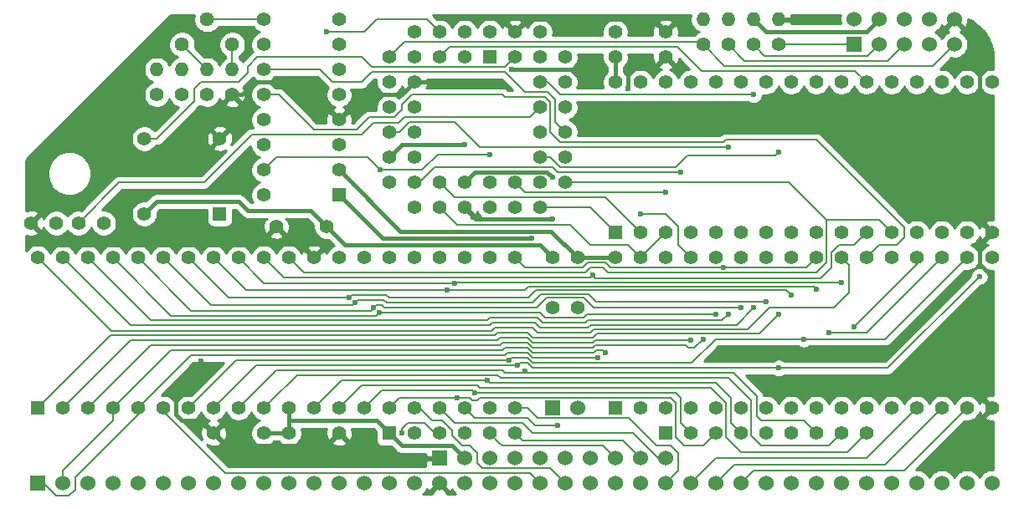
<source format=gbr>
G04 #@! TF.GenerationSoftware,KiCad,Pcbnew,(5.1.8)-1*
G04 #@! TF.CreationDate,2020-12-20T12:09:40-08:00*
G04 #@! TF.ProjectId,Z80_CPU_Memory,5a38305f-4350-4555-9f4d-656d6f72792e,rev?*
G04 #@! TF.SameCoordinates,Original*
G04 #@! TF.FileFunction,Copper,L1,Top*
G04 #@! TF.FilePolarity,Positive*
%FSLAX46Y46*%
G04 Gerber Fmt 4.6, Leading zero omitted, Abs format (unit mm)*
G04 Created by KiCad (PCBNEW (5.1.8)-1) date 2020-12-20 12:09:40*
%MOMM*%
%LPD*%
G01*
G04 APERTURE LIST*
G04 #@! TA.AperFunction,ComponentPad*
%ADD10R,1.397000X1.397000*%
G04 #@! TD*
G04 #@! TA.AperFunction,ComponentPad*
%ADD11C,1.397000*%
G04 #@! TD*
G04 #@! TA.AperFunction,ComponentPad*
%ADD12R,1.524000X1.524000*%
G04 #@! TD*
G04 #@! TA.AperFunction,ComponentPad*
%ADD13C,1.524000*%
G04 #@! TD*
G04 #@! TA.AperFunction,ComponentPad*
%ADD14O,1.400000X1.400000*%
G04 #@! TD*
G04 #@! TA.AperFunction,ComponentPad*
%ADD15C,1.400000*%
G04 #@! TD*
G04 #@! TA.AperFunction,ComponentPad*
%ADD16C,1.440000*%
G04 #@! TD*
G04 #@! TA.AperFunction,ViaPad*
%ADD17C,0.600000*%
G04 #@! TD*
G04 #@! TA.AperFunction,Conductor*
%ADD18C,0.400000*%
G04 #@! TD*
G04 #@! TA.AperFunction,Conductor*
%ADD19C,0.200000*%
G04 #@! TD*
G04 #@! TA.AperFunction,Conductor*
%ADD20C,0.254000*%
G04 #@! TD*
G04 #@! TA.AperFunction,Conductor*
%ADD21C,0.100000*%
G04 #@! TD*
G04 APERTURE END LIST*
D10*
X127000000Y-119380000D03*
D11*
X129540000Y-119380000D03*
X132080000Y-119380000D03*
X134620000Y-119380000D03*
X137160000Y-119380000D03*
X139700000Y-119380000D03*
X142240000Y-119380000D03*
X144780000Y-119380000D03*
X147320000Y-119380000D03*
X149860000Y-119380000D03*
X152400000Y-119380000D03*
X154940000Y-119380000D03*
X157480000Y-119380000D03*
X160020000Y-119380000D03*
X162560000Y-119380000D03*
X165100000Y-119380000D03*
X167640000Y-119380000D03*
X170180000Y-119380000D03*
X172720000Y-119380000D03*
X175260000Y-119380000D03*
X175260000Y-104140000D03*
X172720000Y-104140000D03*
X170180000Y-104140000D03*
X167640000Y-104140000D03*
X165100000Y-104140000D03*
X162560000Y-104140000D03*
X160020000Y-104140000D03*
X157480000Y-104140000D03*
X154940000Y-104140000D03*
X152400000Y-104140000D03*
X149860000Y-104140000D03*
X147320000Y-104140000D03*
X144780000Y-104140000D03*
X142240000Y-104140000D03*
X139700000Y-104140000D03*
X137160000Y-104140000D03*
X134620000Y-104140000D03*
X132080000Y-104140000D03*
X129540000Y-104140000D03*
X127000000Y-104140000D03*
D10*
X157480000Y-97790000D03*
D11*
X157480000Y-95250000D03*
X157480000Y-92710000D03*
X157480000Y-90170000D03*
X157480000Y-87630000D03*
X157480000Y-85090000D03*
X157480000Y-82550000D03*
X157480000Y-80010000D03*
X149860000Y-80010000D03*
X149860000Y-82550000D03*
X149860000Y-85090000D03*
X149860000Y-87630000D03*
X149860000Y-90170000D03*
X149860000Y-92710000D03*
X149860000Y-95250000D03*
X149860000Y-97790000D03*
D10*
X185420000Y-119380000D03*
D11*
X187960000Y-119380000D03*
X190500000Y-119380000D03*
X193040000Y-119380000D03*
X195580000Y-119380000D03*
X198120000Y-119380000D03*
X200660000Y-119380000D03*
X203200000Y-119380000D03*
X205740000Y-119380000D03*
X208280000Y-119380000D03*
X210820000Y-119380000D03*
X213360000Y-119380000D03*
X215900000Y-119380000D03*
X218440000Y-119380000D03*
X220980000Y-119380000D03*
X223520000Y-119380000D03*
X223520000Y-104140000D03*
X220980000Y-104140000D03*
X218440000Y-104140000D03*
X215900000Y-104140000D03*
X213360000Y-104140000D03*
X210820000Y-104140000D03*
X208280000Y-104140000D03*
X205740000Y-104140000D03*
X203200000Y-104140000D03*
X200660000Y-104140000D03*
X198120000Y-104140000D03*
X195580000Y-104140000D03*
X193040000Y-104140000D03*
X190500000Y-104140000D03*
X187960000Y-104140000D03*
X185420000Y-104140000D03*
D10*
X145415000Y-99695000D03*
D11*
X145415000Y-92075000D03*
X137795000Y-92075000D03*
X137795000Y-99695000D03*
D12*
X167640000Y-124460000D03*
D13*
X170180000Y-124460000D03*
X172720000Y-124460000D03*
X175260000Y-124460000D03*
X177800000Y-124460000D03*
X180340000Y-124460000D03*
X182880000Y-124460000D03*
X185420000Y-124460000D03*
X187960000Y-124460000D03*
X190500000Y-124460000D03*
D12*
X209550000Y-82550000D03*
D13*
X209550000Y-80010000D03*
X212090000Y-82550000D03*
X212090000Y-80010000D03*
X214630000Y-82550000D03*
X214630000Y-80010000D03*
X217170000Y-82550000D03*
X217170000Y-80010000D03*
X219710000Y-82550000D03*
X219710000Y-80010000D03*
D12*
X127000000Y-127000000D03*
D13*
X129540000Y-127000000D03*
X132080000Y-127000000D03*
X134620000Y-127000000D03*
X137160000Y-127000000D03*
X139700000Y-127000000D03*
X142240000Y-127000000D03*
X144780000Y-127000000D03*
X147320000Y-127000000D03*
X149860000Y-127000000D03*
X152400000Y-127000000D03*
X154940000Y-127000000D03*
X157480000Y-127000000D03*
X160020000Y-127000000D03*
X162560000Y-127000000D03*
X165100000Y-127000000D03*
X167640000Y-127000000D03*
X170180000Y-127000000D03*
X172720000Y-127000000D03*
X175260000Y-127000000D03*
X177800000Y-127000000D03*
X180340000Y-127000000D03*
X182880000Y-127000000D03*
X185420000Y-127000000D03*
X187960000Y-127000000D03*
X190500000Y-127000000D03*
X193040000Y-127000000D03*
X195580000Y-127000000D03*
X198120000Y-127000000D03*
X200660000Y-127000000D03*
X203200000Y-127000000D03*
X205740000Y-127000000D03*
X208280000Y-127000000D03*
X210820000Y-127000000D03*
X213360000Y-127000000D03*
X215900000Y-127000000D03*
X218440000Y-127000000D03*
X220980000Y-127000000D03*
X223520000Y-127000000D03*
D11*
X152400000Y-121920000D03*
X157480000Y-121920000D03*
X190500000Y-83820000D03*
X185420000Y-83820000D03*
X181610000Y-104140000D03*
X181610000Y-109220000D03*
X179070000Y-109220000D03*
X179070000Y-104140000D03*
X156210000Y-100965000D03*
X151130000Y-100965000D03*
X185420000Y-81280000D03*
X190500000Y-81280000D03*
X149860000Y-121920000D03*
X144780000Y-121920000D03*
X128905000Y-100647500D03*
X126365000Y-100647500D03*
X131127500Y-100647500D03*
X133667500Y-100647500D03*
D10*
X190500000Y-121920000D03*
D11*
X193040000Y-121920000D03*
X195580000Y-121920000D03*
X198120000Y-121920000D03*
X200660000Y-121920000D03*
X203200000Y-121920000D03*
X205740000Y-121920000D03*
X208280000Y-121920000D03*
X210820000Y-121920000D03*
D10*
X162560000Y-121920000D03*
D11*
X165100000Y-121920000D03*
X167640000Y-121920000D03*
X170180000Y-121920000D03*
X172720000Y-121920000D03*
X175260000Y-121920000D03*
X185420000Y-86360000D03*
X187960000Y-86360000D03*
X190500000Y-86360000D03*
X193040000Y-86360000D03*
X195580000Y-86360000D03*
X198120000Y-86360000D03*
X200660000Y-86360000D03*
X203200000Y-86360000D03*
X205740000Y-86360000D03*
X208280000Y-86360000D03*
X210820000Y-86360000D03*
X213360000Y-86360000D03*
X215900000Y-86360000D03*
X218440000Y-86360000D03*
X220980000Y-86360000D03*
X223520000Y-86360000D03*
X223520000Y-101600000D03*
X220980000Y-101600000D03*
X218440000Y-101600000D03*
X215900000Y-101600000D03*
X213360000Y-101600000D03*
X210820000Y-101600000D03*
X208280000Y-101600000D03*
X205740000Y-101600000D03*
X203200000Y-101600000D03*
X200660000Y-101600000D03*
X198120000Y-101600000D03*
X195580000Y-101600000D03*
X193040000Y-101600000D03*
X190500000Y-101600000D03*
X187960000Y-101600000D03*
D10*
X185420000Y-101600000D03*
X172720000Y-83820000D03*
D11*
X170180000Y-81280000D03*
X170180000Y-83820000D03*
X167640000Y-81280000D03*
X167640000Y-83820000D03*
X165100000Y-81280000D03*
X162560000Y-83820000D03*
X165100000Y-83820000D03*
X162560000Y-86360000D03*
X165100000Y-86360000D03*
X162560000Y-88900000D03*
X165100000Y-88900000D03*
X162560000Y-91440000D03*
X165100000Y-91440000D03*
X162560000Y-93980000D03*
X165100000Y-93980000D03*
X162560000Y-96520000D03*
X165100000Y-99060000D03*
X165100000Y-96520000D03*
X167640000Y-99060000D03*
X167640000Y-96520000D03*
X170180000Y-99060000D03*
X170180000Y-96520000D03*
X172720000Y-99060000D03*
X172720000Y-96520000D03*
X175260000Y-99060000D03*
X175260000Y-96520000D03*
X177800000Y-99060000D03*
X180340000Y-96520000D03*
X177800000Y-96520000D03*
X180340000Y-93980000D03*
X177800000Y-93980000D03*
X180340000Y-91440000D03*
X177800000Y-91440000D03*
X180340000Y-88900000D03*
X177800000Y-88900000D03*
X180340000Y-86360000D03*
X177800000Y-86360000D03*
X180340000Y-83820000D03*
X177800000Y-81280000D03*
X177800000Y-83820000D03*
X175260000Y-81280000D03*
X175260000Y-83820000D03*
X172720000Y-81280000D03*
D12*
X179070000Y-119380000D03*
D13*
X181610000Y-119380000D03*
D14*
X139065000Y-85090000D03*
D15*
X139065000Y-87630000D03*
X141605000Y-87630000D03*
D14*
X141605000Y-85090000D03*
D15*
X201930000Y-82550000D03*
D14*
X201930000Y-80010000D03*
X199390000Y-80010000D03*
D15*
X199390000Y-82550000D03*
X196850000Y-82550000D03*
D14*
X196850000Y-80010000D03*
X194310000Y-80010000D03*
D15*
X194310000Y-82550000D03*
D14*
X146685000Y-85090000D03*
D15*
X146685000Y-87630000D03*
X144145000Y-87630000D03*
D14*
X144145000Y-85090000D03*
D16*
X141605000Y-82550000D03*
X144145000Y-80010000D03*
X146685000Y-82550000D03*
D17*
X176974496Y-102171500D03*
X173990000Y-86360000D03*
X171450000Y-86360000D03*
X179070004Y-100203003D03*
X140970000Y-117157500D03*
X133350000Y-102870000D03*
X142240000Y-115887500D03*
X135890000Y-102870000D03*
X143510000Y-114617500D03*
X138430000Y-102870000D03*
X174942500Y-85090000D03*
X182245000Y-86360000D03*
X185420000Y-88900000D03*
X186690000Y-86995000D03*
X187960000Y-99695000D03*
X170180000Y-92710000D03*
X179070000Y-96012000D03*
X183642000Y-114258000D03*
X184404000Y-113792000D03*
X194310000Y-112395000D03*
X193040000Y-112522000D03*
X201930000Y-109855000D03*
X199390000Y-109220000D03*
X196850000Y-109855000D03*
X195580000Y-109855000D03*
X161543992Y-109728000D03*
X198120000Y-109220000D03*
X160972500Y-109220000D03*
X200660000Y-108585000D03*
X159067500Y-108712000D03*
X203200000Y-107950000D03*
X158495996Y-108204000D03*
X205740000Y-107315000D03*
X168402000Y-107442000D03*
X208280000Y-106680000D03*
X169164018Y-106722010D03*
X183134000Y-105918000D03*
X161607500Y-95250000D03*
X172720000Y-93662500D03*
X196342000Y-105114000D03*
X171196000Y-117855992D03*
X169418000Y-118364000D03*
X172466000Y-116586000D03*
X222250000Y-106045000D03*
X175514000Y-115062000D03*
X201930000Y-115316000D03*
X204470000Y-112395000D03*
X174702001Y-114504001D03*
X207010000Y-111760000D03*
X176276000Y-115592338D03*
X209550000Y-111125000D03*
X179578004Y-121158000D03*
X163830000Y-121920000D03*
X190500000Y-97536000D03*
X192024000Y-95504000D03*
X156210000Y-81280000D03*
X201930000Y-93471994D03*
X199390000Y-87630000D03*
X196850000Y-92964000D03*
D18*
X157480000Y-97790000D02*
X161861500Y-102171500D01*
X161861500Y-102171500D02*
X176974496Y-102171500D01*
X159940000Y-124460000D02*
X157400000Y-121920000D01*
X167640000Y-124460000D02*
X159940000Y-124460000D01*
X222250000Y-82550000D02*
X219710000Y-80010000D01*
X223520000Y-101600000D02*
X222250000Y-100330000D01*
D19*
X127635000Y-127000000D02*
X127000000Y-127000000D01*
X128905000Y-128270000D02*
X127635000Y-127000000D01*
X130175000Y-128270000D02*
X128905000Y-128270000D01*
X130810000Y-127635000D02*
X130175000Y-128270000D01*
X130810000Y-126365000D02*
X130810000Y-127635000D01*
X137160000Y-120015000D02*
X130810000Y-126365000D01*
X137160000Y-119380000D02*
X137160000Y-120015000D01*
X129540000Y-127000000D02*
X129540000Y-125730000D01*
X134620000Y-120650000D02*
X134620000Y-119380000D01*
X129540000Y-125730000D02*
X134620000Y-120650000D01*
D18*
X222250000Y-102870000D02*
X223520000Y-101600000D01*
X222250000Y-104775000D02*
X222250000Y-102870000D01*
X223520000Y-106045000D02*
X222250000Y-104775000D01*
X223520000Y-116840000D02*
X223520000Y-106045000D01*
X222250000Y-118110000D02*
X223520000Y-116840000D01*
X223520000Y-119380000D02*
X222250000Y-118110000D01*
X151130000Y-100965000D02*
X152400000Y-102235000D01*
X153035000Y-102235000D02*
X154940000Y-104140000D01*
X152400000Y-102235000D02*
X153035000Y-102235000D01*
X157400000Y-121920000D02*
X156130000Y-123190000D01*
X146050000Y-123190000D02*
X144780000Y-121920000D01*
X156130000Y-123190000D02*
X146050000Y-123190000D01*
X175260000Y-81280000D02*
X176530000Y-80010000D01*
X189230000Y-80010000D02*
X190500000Y-81280000D01*
X176530000Y-80010000D02*
X189230000Y-80010000D01*
X157480000Y-90170000D02*
X160020000Y-87630000D01*
X163830000Y-87630000D02*
X165100000Y-86360000D01*
X160020000Y-87630000D02*
X163830000Y-87630000D01*
X146685000Y-87630000D02*
X147637500Y-87630000D01*
X147637500Y-87630000D02*
X148907500Y-86360000D01*
X157478590Y-90170000D02*
X157480000Y-90170000D01*
X153668590Y-86360000D02*
X157478590Y-90170000D01*
X148907500Y-86360000D02*
X153668590Y-86360000D01*
X171450000Y-86360000D02*
X173990000Y-86360000D01*
X165100000Y-86360000D02*
X171450000Y-86360000D01*
X170180000Y-99060000D02*
X171323003Y-100203003D01*
X171323003Y-100203003D02*
X179070004Y-100203003D01*
X144780000Y-121920000D02*
X143510000Y-120650000D01*
X143510000Y-120650000D02*
X141605000Y-120650000D01*
X141605000Y-120650000D02*
X140970000Y-120015000D01*
X140970000Y-120015000D02*
X140970000Y-117157500D01*
X149225000Y-102870000D02*
X151130000Y-100965000D01*
X126365000Y-100647500D02*
X128587500Y-102870000D01*
X128587500Y-102870000D02*
X133350000Y-102870000D01*
X140970000Y-117157500D02*
X142240000Y-115887500D01*
X133350000Y-102870000D02*
X135890000Y-102870000D01*
X142240000Y-115887500D02*
X143510000Y-114617500D01*
X138430000Y-102870000D02*
X149225000Y-102870000D01*
X135890000Y-102870000D02*
X138430000Y-102870000D01*
X180975000Y-85090000D02*
X182245000Y-86360000D01*
X174942500Y-85090000D02*
X180975000Y-85090000D01*
X220434780Y-88900000D02*
X222250000Y-88900000D01*
X185420000Y-88900000D02*
X220434780Y-88900000D01*
X222250000Y-88900000D02*
X222250000Y-82550000D01*
X222250000Y-100330000D02*
X222250000Y-88900000D01*
X186690000Y-86995000D02*
X186690000Y-85407500D01*
X186690000Y-85407500D02*
X187325000Y-84772500D01*
X189547500Y-84772500D02*
X190500000Y-83820000D01*
X187325000Y-84772500D02*
X189547500Y-84772500D01*
D19*
X187960000Y-99695000D02*
X190500000Y-99695000D01*
X190500000Y-99695000D02*
X191770000Y-100965000D01*
X191770000Y-100965000D02*
X191770000Y-102870000D01*
X191770000Y-102870000D02*
X193040000Y-104140000D01*
X187960000Y-104140000D02*
X190500000Y-101600000D01*
D18*
X199390000Y-80010000D02*
X200660000Y-81280000D01*
X210820000Y-81280000D02*
X212090000Y-80010000D01*
X200660000Y-81280000D02*
X210820000Y-81280000D01*
X149860000Y-121920000D02*
X152400000Y-121920000D01*
X170180000Y-124460000D02*
X168910000Y-123190000D01*
X163830000Y-123190000D02*
X162560000Y-121920000D01*
X168910000Y-123190000D02*
X163830000Y-123190000D01*
X161290000Y-120650000D02*
X157480000Y-120650000D01*
X162560000Y-121920000D02*
X161290000Y-120650000D01*
X152400000Y-120650000D02*
X152400000Y-121920000D01*
X157480000Y-120650000D02*
X152400000Y-120650000D01*
X152400000Y-119380000D02*
X152400000Y-120650000D01*
X185420000Y-86360000D02*
X185420000Y-83820000D01*
X158115000Y-102870000D02*
X156210000Y-100965000D01*
X177800000Y-102870000D02*
X158115000Y-102870000D01*
X179070000Y-104140000D02*
X177800000Y-102870000D01*
X163830000Y-92710000D02*
X170180000Y-92710000D01*
X162560000Y-93980000D02*
X163830000Y-92710000D01*
X171228501Y-95471499D02*
X170180000Y-96520000D01*
X178529499Y-95471499D02*
X171228501Y-95471499D01*
X179070000Y-96012000D02*
X178529499Y-95471499D01*
X154622500Y-99377500D02*
X156210000Y-100965000D01*
X148272500Y-99377500D02*
X154622500Y-99377500D01*
X147320000Y-98425000D02*
X148272500Y-99377500D01*
X139065000Y-98425000D02*
X147320000Y-98425000D01*
X137795000Y-99695000D02*
X139065000Y-98425000D01*
X185420000Y-104140000D02*
X181610000Y-104140000D01*
X163703000Y-101473000D02*
X157480000Y-95250000D01*
X178943000Y-101473000D02*
X163703000Y-101473000D01*
X181610000Y-104140000D02*
X178943000Y-101473000D01*
D19*
X177038000Y-114300000D02*
X183600000Y-114300000D01*
X176530000Y-113792000D02*
X177038000Y-114300000D01*
X174498000Y-113792000D02*
X176530000Y-113792000D01*
X174244000Y-114046000D02*
X174498000Y-113792000D01*
X142494000Y-114046000D02*
X174244000Y-114046000D01*
X183600000Y-114300000D02*
X183642000Y-114258000D01*
X137160000Y-119380000D02*
X142494000Y-114046000D01*
X140462000Y-113538000D02*
X134620000Y-119380000D01*
X173990000Y-113538000D02*
X140462000Y-113538000D01*
X176530000Y-113284000D02*
X174244000Y-113284000D01*
X174244000Y-113284000D02*
X173990000Y-113538000D01*
X177038000Y-113792000D02*
X176530000Y-113284000D01*
X183261000Y-113792000D02*
X177038000Y-113792000D01*
X183515000Y-113538000D02*
X183261000Y-113792000D01*
X184150000Y-113538000D02*
X183515000Y-113538000D01*
X184404000Y-113792000D02*
X184150000Y-113538000D01*
X192786000Y-113284000D02*
X193421000Y-113284000D01*
X193421000Y-113284000D02*
X194310000Y-112395000D01*
X183388000Y-113030000D02*
X192532000Y-113030000D01*
X183134000Y-113284000D02*
X183388000Y-113030000D01*
X177038000Y-113284000D02*
X183134000Y-113284000D01*
X192532000Y-113030000D02*
X192786000Y-113284000D01*
X176530000Y-112776000D02*
X177038000Y-113284000D01*
X173990000Y-112776000D02*
X176530000Y-112776000D01*
X173736000Y-113030000D02*
X173990000Y-112776000D01*
X138430000Y-113030000D02*
X173736000Y-113030000D01*
X132080000Y-119380000D02*
X138430000Y-113030000D01*
X183134000Y-112776000D02*
X183388000Y-112522000D01*
X177038000Y-112776000D02*
X183134000Y-112776000D01*
X176530000Y-112268000D02*
X177038000Y-112776000D01*
X173736000Y-112268000D02*
X176530000Y-112268000D01*
X136398000Y-112522000D02*
X173482000Y-112522000D01*
X183388000Y-112522000D02*
X193040000Y-112522000D01*
X129540000Y-119380000D02*
X136398000Y-112522000D01*
X173482000Y-112522000D02*
X173736000Y-112268000D01*
X134366000Y-112014000D02*
X127000000Y-119380000D01*
X173228000Y-112014000D02*
X134366000Y-112014000D01*
X176530000Y-111760000D02*
X173482000Y-111760000D01*
X173482000Y-111760000D02*
X173228000Y-112014000D01*
X183134000Y-112268000D02*
X177038000Y-112268000D01*
X183578500Y-111823500D02*
X183134000Y-112268000D01*
X177038000Y-112268000D02*
X176530000Y-111760000D01*
X199961500Y-111823500D02*
X183578500Y-111823500D01*
X201930000Y-109855000D02*
X199961500Y-111823500D01*
X134429500Y-111569500D02*
X127000000Y-104140000D01*
X175260000Y-111252000D02*
X173228000Y-111252000D01*
X209042000Y-104902000D02*
X209042000Y-107696000D01*
X208280000Y-104140000D02*
X209042000Y-104902000D01*
X209042000Y-107696000D02*
X207518000Y-109220000D01*
X175273012Y-111265012D02*
X175260000Y-111252000D01*
X207518000Y-109220000D02*
X200977500Y-109220000D01*
X198818500Y-111379000D02*
X183261000Y-111379000D01*
X200977500Y-109220000D02*
X198818500Y-111379000D01*
X173228000Y-111252000D02*
X172910500Y-111569500D01*
X183261000Y-111379000D02*
X182880000Y-111760000D01*
X182880000Y-111760000D02*
X177546000Y-111760000D01*
X177546000Y-111760000D02*
X177051012Y-111265012D01*
X172910500Y-111569500D02*
X134429500Y-111569500D01*
X177051012Y-111265012D02*
X175273012Y-111265012D01*
X136398000Y-110998000D02*
X129540000Y-104140000D01*
X172974000Y-110744000D02*
X172720000Y-110998000D01*
X177292000Y-110744000D02*
X172974000Y-110744000D01*
X177800000Y-111252000D02*
X177292000Y-110744000D01*
X172720000Y-110998000D02*
X136398000Y-110998000D01*
X182626000Y-111252000D02*
X177800000Y-111252000D01*
X182943500Y-110934500D02*
X182626000Y-111252000D01*
X197675500Y-110934500D02*
X182943500Y-110934500D01*
X199390000Y-109220000D02*
X197675500Y-110934500D01*
X172720000Y-110236000D02*
X172466000Y-110490000D01*
X177546000Y-110236000D02*
X172720000Y-110236000D01*
X182372000Y-110744000D02*
X178054000Y-110744000D01*
X178054000Y-110744000D02*
X177546000Y-110236000D01*
X182626000Y-110490000D02*
X182372000Y-110744000D01*
X196215000Y-110490000D02*
X182626000Y-110490000D01*
X138430000Y-110490000D02*
X132080000Y-104140000D01*
X172466000Y-110490000D02*
X138430000Y-110490000D01*
X196850000Y-109855000D02*
X196215000Y-110490000D01*
X134620000Y-104140000D02*
X140507999Y-110027999D01*
X140507999Y-110027999D02*
X161243993Y-110027999D01*
X161243993Y-110027999D02*
X161543992Y-109728000D01*
X172466000Y-109728000D02*
X161543992Y-109728000D01*
X177800000Y-109728000D02*
X172466000Y-109728000D01*
X178308000Y-110236000D02*
X177800000Y-109728000D01*
X182181500Y-110236000D02*
X178308000Y-110236000D01*
X182562500Y-109855000D02*
X182181500Y-110236000D01*
X195580000Y-109855000D02*
X182562500Y-109855000D01*
X142539999Y-109519999D02*
X160672501Y-109519999D01*
X160672501Y-109519999D02*
X160972500Y-109220000D01*
X137160000Y-104140000D02*
X142539999Y-109519999D01*
X182181500Y-108204000D02*
X183197500Y-109220000D01*
X178498500Y-108204000D02*
X182181500Y-108204000D01*
X177482500Y-109220000D02*
X178498500Y-108204000D01*
X162052000Y-109220000D02*
X177482500Y-109220000D01*
X161798000Y-108966000D02*
X162052000Y-109220000D01*
X183197500Y-109220000D02*
X198120000Y-109220000D01*
X161226500Y-108966000D02*
X161798000Y-108966000D01*
X160972500Y-109220000D02*
X161226500Y-108966000D01*
X158813500Y-108966000D02*
X159067500Y-108712000D01*
X144526000Y-108966000D02*
X158813500Y-108966000D01*
X139700000Y-104140000D02*
X144526000Y-108966000D01*
X159367499Y-108412001D02*
X159067500Y-108712000D01*
X162006001Y-108412001D02*
X159367499Y-108412001D01*
X177038000Y-108712000D02*
X162306000Y-108712000D01*
X177927000Y-107823000D02*
X177038000Y-108712000D01*
X182753000Y-107823000D02*
X177927000Y-107823000D01*
X162306000Y-108712000D02*
X162006001Y-108412001D01*
X183515000Y-108585000D02*
X182753000Y-107823000D01*
X200660000Y-108585000D02*
X183515000Y-108585000D01*
X162260001Y-107904001D02*
X158795995Y-107904001D01*
X142240000Y-104140000D02*
X146304000Y-108204000D01*
X146304000Y-108204000D02*
X158495996Y-108204000D01*
X177355500Y-107442000D02*
X176593500Y-108204000D01*
X203200000Y-107950000D02*
X202692000Y-107442000D01*
X202692000Y-107442000D02*
X177355500Y-107442000D01*
X176593500Y-108204000D02*
X162560000Y-108204000D01*
X162560000Y-108204000D02*
X162260001Y-107904001D01*
X158795995Y-107904001D02*
X158495996Y-108204000D01*
X205486000Y-107061000D02*
X176657000Y-107061000D01*
X205740000Y-107315000D02*
X205486000Y-107061000D01*
X168402000Y-107442000D02*
X176276000Y-107442000D01*
X176657000Y-107061000D02*
X176276000Y-107442000D01*
X167640000Y-107442000D02*
X168402000Y-107442000D01*
X148082000Y-107442000D02*
X167640000Y-107442000D01*
X144780000Y-104140000D02*
X148082000Y-107442000D01*
X208280000Y-106680000D02*
X169206028Y-106680000D01*
X169206028Y-106680000D02*
X169164018Y-106722010D01*
X147320000Y-104140000D02*
X149902010Y-106722010D01*
X149902010Y-106722010D02*
X169164018Y-106722010D01*
X209550000Y-102870000D02*
X208026000Y-102870000D01*
X208026000Y-102870000D02*
X207264000Y-103632000D01*
X210820000Y-101600000D02*
X209550000Y-102870000D01*
X207264000Y-105156000D02*
X206202001Y-106217999D01*
X206202001Y-106217999D02*
X183433999Y-106217999D01*
X183433999Y-106217999D02*
X183134000Y-105918000D01*
X207264000Y-103632000D02*
X207264000Y-105156000D01*
X151892000Y-106172000D02*
X182880000Y-106172000D01*
X182880000Y-106172000D02*
X183134000Y-105918000D01*
X149860000Y-104140000D02*
X151892000Y-106172000D01*
X212090000Y-100330000D02*
X213360000Y-101600000D01*
X206756000Y-100330000D02*
X212090000Y-100330000D01*
X202946000Y-96520000D02*
X206756000Y-100330000D01*
X180340000Y-96520000D02*
X202946000Y-96520000D01*
X153924000Y-105664000D02*
X152400000Y-104140000D01*
X182372000Y-105664000D02*
X153924000Y-105664000D01*
X182880000Y-105156000D02*
X182372000Y-105664000D01*
X184150000Y-105156000D02*
X182880000Y-105156000D01*
X206756000Y-104648000D02*
X205740000Y-105664000D01*
X184658000Y-105664000D02*
X184150000Y-105156000D01*
X205740000Y-105664000D02*
X184658000Y-105664000D01*
X206756000Y-100330000D02*
X206756000Y-104648000D01*
X160337500Y-93980000D02*
X161607500Y-95250000D01*
X151130000Y-93980000D02*
X160337500Y-93980000D01*
X149860000Y-95250000D02*
X151130000Y-93980000D01*
X167449500Y-93662500D02*
X172720000Y-93662500D01*
X165862000Y-95250000D02*
X167449500Y-93662500D01*
X161607500Y-95250000D02*
X165862000Y-95250000D01*
X139065000Y-92075000D02*
X137795000Y-92075000D01*
X142875000Y-86995000D02*
X142875000Y-88265000D01*
X148272500Y-85407500D02*
X147320000Y-86360000D01*
X143510000Y-86360000D02*
X142875000Y-86995000D01*
X148272500Y-84772500D02*
X148272500Y-85407500D01*
X149225000Y-83820000D02*
X148272500Y-84772500D01*
X147320000Y-86360000D02*
X143510000Y-86360000D01*
X159766000Y-83820000D02*
X149225000Y-83820000D01*
X142875000Y-88265000D02*
X139065000Y-92075000D01*
X160782000Y-84836000D02*
X159766000Y-83820000D01*
X174244000Y-84836000D02*
X160782000Y-84836000D01*
X175260000Y-83820000D02*
X174244000Y-84836000D01*
X139700000Y-119697500D02*
X139700000Y-119380000D01*
X145986500Y-125984000D02*
X139700000Y-119697500D01*
X176784000Y-125984000D02*
X145986500Y-125984000D01*
X177800000Y-127000000D02*
X176784000Y-125984000D01*
X167894000Y-120650000D02*
X166878000Y-120650000D01*
X168910000Y-122174000D02*
X168910000Y-121666000D01*
X168910000Y-121666000D02*
X167894000Y-120650000D01*
X169926000Y-123190000D02*
X168910000Y-122174000D01*
X165608000Y-119380000D02*
X165100000Y-119380000D01*
X170688000Y-123190000D02*
X169926000Y-123190000D01*
X171450000Y-123952000D02*
X170688000Y-123190000D01*
X171450000Y-124968000D02*
X171450000Y-123952000D01*
X166878000Y-120650000D02*
X165608000Y-119380000D01*
X171958000Y-125476000D02*
X171450000Y-124968000D01*
X178816000Y-125476000D02*
X171958000Y-125476000D01*
X180340000Y-127000000D02*
X178816000Y-125476000D01*
X204724000Y-105156000D02*
X205740000Y-104140000D01*
X184404000Y-104648000D02*
X184912000Y-105156000D01*
X182626000Y-104648000D02*
X184404000Y-104648000D01*
X182118000Y-105156000D02*
X182626000Y-104648000D01*
X176276000Y-105156000D02*
X182118000Y-105156000D01*
X184912000Y-105156000D02*
X204724000Y-105156000D01*
X175260000Y-104140000D02*
X176276000Y-105156000D01*
X176530000Y-119380000D02*
X175260000Y-119380000D01*
X186749501Y-120392001D02*
X177542001Y-120392001D01*
X177542001Y-120392001D02*
X176530000Y-119380000D01*
X191039750Y-123190000D02*
X189547500Y-123190000D01*
X189547500Y-123190000D02*
X186749501Y-120392001D01*
X191770000Y-123920250D02*
X191039750Y-123190000D01*
X191770000Y-125730000D02*
X191770000Y-123920250D01*
X190500000Y-127000000D02*
X191770000Y-125730000D01*
X210820000Y-124460000D02*
X215900000Y-119380000D01*
X195580000Y-124460000D02*
X210820000Y-124460000D01*
X193040000Y-127000000D02*
X195580000Y-124460000D01*
X160909000Y-118491000D02*
X160020000Y-119380000D01*
X161544000Y-117856000D02*
X160909000Y-118491000D01*
X192024000Y-120904000D02*
X192024000Y-118364000D01*
X192024000Y-118364000D02*
X191515992Y-117855992D01*
X193040000Y-121920000D02*
X192024000Y-120904000D01*
X191515992Y-117855992D02*
X171196000Y-117855992D01*
X161798000Y-117602000D02*
X160020000Y-119380000D01*
X171195992Y-117855992D02*
X170942000Y-117602000D01*
X170942000Y-117602000D02*
X161798000Y-117602000D01*
X171196000Y-117855992D02*
X171195992Y-117855992D01*
X212725000Y-125095000D02*
X218440000Y-119380000D01*
X197485000Y-125095000D02*
X212725000Y-125095000D01*
X195580000Y-127000000D02*
X197485000Y-125095000D01*
X192405000Y-123190000D02*
X194310000Y-123190000D01*
X171704000Y-118364000D02*
X191008000Y-118364000D01*
X191516000Y-122301000D02*
X192405000Y-123190000D01*
X171450000Y-118618000D02*
X171704000Y-118364000D01*
X191516000Y-118872000D02*
X191516000Y-122301000D01*
X170942000Y-118618000D02*
X171450000Y-118618000D01*
X194310000Y-123190000D02*
X195580000Y-121920000D01*
X191008000Y-118364000D02*
X191516000Y-118872000D01*
X170688000Y-118364000D02*
X170942000Y-118618000D01*
X170688000Y-118364000D02*
X169418000Y-118364000D01*
X163576000Y-118364000D02*
X169418000Y-118364000D01*
X162560000Y-119380000D02*
X163576000Y-118364000D01*
X214630000Y-125730000D02*
X220980000Y-119380000D01*
X199390000Y-125730000D02*
X214630000Y-125730000D01*
X198120000Y-127000000D02*
X199390000Y-125730000D01*
X157734000Y-116586000D02*
X154940000Y-119380000D01*
X172720000Y-116840000D02*
X172466000Y-116586000D01*
X195580000Y-116840000D02*
X172720000Y-116840000D01*
X197104000Y-118364000D02*
X195580000Y-116840000D01*
X197104000Y-120904000D02*
X197104000Y-118364000D01*
X198120000Y-121920000D02*
X197104000Y-120904000D01*
X172466000Y-116586000D02*
X157734000Y-116586000D01*
X149098000Y-115062000D02*
X175514000Y-115062000D01*
X144780000Y-119380000D02*
X149098000Y-115062000D01*
X175768000Y-114808000D02*
X175514000Y-115062000D01*
X176530000Y-114808000D02*
X175768000Y-114808000D01*
X177038000Y-115316000D02*
X176530000Y-114808000D01*
X201231500Y-115316000D02*
X177038000Y-115316000D01*
X212979000Y-115316000D02*
X202628500Y-115316000D01*
X222250000Y-106045000D02*
X212979000Y-115316000D01*
X201231500Y-115316000D02*
X201930000Y-115316000D01*
X201930000Y-115316000D02*
X202628500Y-115316000D01*
X212725000Y-112395000D02*
X204470000Y-112395000D01*
X220980000Y-104140000D02*
X212725000Y-112395000D01*
X176530000Y-114300000D02*
X174906002Y-114300000D01*
X177038000Y-114808000D02*
X176530000Y-114300000D01*
X193167000Y-114808000D02*
X177038000Y-114808000D01*
X174906002Y-114300000D02*
X174702001Y-114504001D01*
X195580000Y-112395000D02*
X193167000Y-114808000D01*
X204470000Y-112395000D02*
X195580000Y-112395000D01*
X174652002Y-114554000D02*
X174702001Y-114504001D01*
X147066000Y-114554000D02*
X174652002Y-114554000D01*
X142240000Y-119380000D02*
X147066000Y-114554000D01*
X210820000Y-111760000D02*
X207010000Y-111760000D01*
X218440000Y-104140000D02*
X210820000Y-111760000D01*
X176507662Y-115824000D02*
X176276000Y-115592338D01*
X197358000Y-115824000D02*
X176507662Y-115824000D01*
X199711499Y-120209499D02*
X199711499Y-118177499D01*
X199711499Y-118177499D02*
X197358000Y-115824000D01*
X200152000Y-120650000D02*
X199711499Y-120209499D01*
X204470000Y-120650000D02*
X200152000Y-120650000D01*
X205740000Y-121920000D02*
X204470000Y-120650000D01*
X176253662Y-115592338D02*
X176276000Y-115592338D01*
X176022000Y-115824000D02*
X176253662Y-115592338D01*
X174244000Y-115824000D02*
X176022000Y-115824000D01*
X173990000Y-115570000D02*
X174244000Y-115824000D01*
X151130000Y-115570000D02*
X173990000Y-115570000D01*
X147320000Y-119380000D02*
X151130000Y-115570000D01*
X215900000Y-104140000D02*
X215900000Y-104775000D01*
X215900000Y-104775000D02*
X209550000Y-111125000D01*
X150558499Y-118681501D02*
X149860000Y-119380000D01*
X173482000Y-116014500D02*
X153225500Y-116014500D01*
X173799500Y-116332000D02*
X173482000Y-116014500D01*
X196850000Y-116332000D02*
X173799500Y-116332000D01*
X199136000Y-118618000D02*
X196850000Y-116332000D01*
X199136000Y-122174000D02*
X199136000Y-118618000D01*
X153225500Y-116014500D02*
X150558499Y-118681501D01*
X200152000Y-123190000D02*
X199136000Y-122174000D01*
X207010000Y-123190000D02*
X200152000Y-123190000D01*
X208280000Y-121920000D02*
X207010000Y-123190000D01*
X208915000Y-123825000D02*
X210820000Y-121920000D01*
X196596000Y-122301000D02*
X198120000Y-123825000D01*
X196596000Y-118872000D02*
X196596000Y-122301000D01*
X195072000Y-117348000D02*
X196596000Y-118872000D01*
X171704000Y-117348000D02*
X195072000Y-117348000D01*
X198120000Y-123825000D02*
X208915000Y-123825000D01*
X159766000Y-117094000D02*
X171450000Y-117094000D01*
X171450000Y-117094000D02*
X171704000Y-117348000D01*
X157480000Y-119380000D02*
X159766000Y-117094000D01*
X177307875Y-121158000D02*
X179578004Y-121158000D01*
X171196000Y-120396000D02*
X176545875Y-120396000D01*
X170180000Y-119380000D02*
X171196000Y-120396000D01*
X176545875Y-120396000D02*
X177307875Y-121158000D01*
X173668501Y-122868501D02*
X172720000Y-121920000D01*
X173990000Y-123190000D02*
X173668501Y-122868501D01*
X184150000Y-123190000D02*
X173990000Y-123190000D01*
X185420000Y-124460000D02*
X184150000Y-123190000D01*
X176022000Y-122682000D02*
X175260000Y-121920000D01*
X186182000Y-122682000D02*
X176022000Y-122682000D01*
X187960000Y-124460000D02*
X186182000Y-122682000D01*
X169164000Y-120904000D02*
X167640000Y-119380000D01*
X176022000Y-120904000D02*
X169164000Y-120904000D01*
X177038000Y-121920000D02*
X176022000Y-120904000D01*
X187198000Y-121920000D02*
X177038000Y-121920000D01*
X189738000Y-124460000D02*
X187198000Y-121920000D01*
X190500000Y-124460000D02*
X189738000Y-124460000D01*
X167132000Y-121920000D02*
X167640000Y-121920000D01*
X166116000Y-120904000D02*
X167132000Y-121920000D01*
X164421736Y-120904000D02*
X166116000Y-120904000D01*
X163830000Y-121495736D02*
X164421736Y-120904000D01*
X163830000Y-121920000D02*
X163830000Y-121495736D01*
X175260000Y-96520000D02*
X176276000Y-97536000D01*
X176276000Y-97536000D02*
X190500000Y-97536000D01*
X165608000Y-96520000D02*
X165100000Y-96520000D01*
X179070000Y-94996000D02*
X167132000Y-94996000D01*
X167132000Y-94996000D02*
X165608000Y-96520000D01*
X179578000Y-95504000D02*
X179070000Y-94996000D01*
X192024000Y-95504000D02*
X179578000Y-95504000D01*
X184404000Y-98044000D02*
X187960000Y-101600000D01*
X169164000Y-98044000D02*
X184404000Y-98044000D01*
X167640000Y-96520000D02*
X169164000Y-98044000D01*
X182880000Y-102870000D02*
X186690000Y-102870000D01*
X186690000Y-102870000D02*
X187960000Y-104140000D01*
X180848000Y-100838000D02*
X182880000Y-102870000D01*
X169418000Y-100838000D02*
X180848000Y-100838000D01*
X167640000Y-99060000D02*
X169418000Y-100838000D01*
X182880000Y-99060000D02*
X185420000Y-101600000D01*
X177800000Y-99060000D02*
X182880000Y-99060000D01*
X144145000Y-80010000D02*
X149860000Y-80010000D01*
X209677000Y-85217000D02*
X210820000Y-86360000D01*
X194119500Y-85217000D02*
X209677000Y-85217000D01*
X191706500Y-82804000D02*
X194119500Y-85217000D01*
X168656000Y-82804000D02*
X191706500Y-82804000D01*
X167640000Y-83820000D02*
X168656000Y-82804000D01*
X212090000Y-102870000D02*
X210820000Y-104140000D01*
X213868000Y-102870000D02*
X212090000Y-102870000D01*
X214630000Y-102108000D02*
X213868000Y-102870000D01*
X205740000Y-92202000D02*
X214630000Y-101092000D01*
X214630000Y-101092000D02*
X214630000Y-102108000D01*
X196596000Y-92202000D02*
X205740000Y-92202000D01*
X196342000Y-92456000D02*
X196596000Y-92202000D01*
X179832000Y-92456000D02*
X196342000Y-92456000D01*
X149860000Y-87630000D02*
X151384000Y-87630000D01*
X159258000Y-91186000D02*
X160528000Y-89916000D01*
X151384000Y-87630000D02*
X154940000Y-91186000D01*
X154940000Y-91186000D02*
X159258000Y-91186000D01*
X160528000Y-89916000D02*
X163068000Y-89916000D01*
X178816000Y-91440000D02*
X179832000Y-92456000D01*
X163068000Y-89916000D02*
X163830000Y-89154000D01*
X164846000Y-87630000D02*
X173990000Y-87630000D01*
X163830000Y-89154000D02*
X163830000Y-88646000D01*
X174244000Y-87884000D02*
X178308000Y-87884000D01*
X163830000Y-88646000D02*
X164846000Y-87630000D01*
X173990000Y-87630000D02*
X174244000Y-87884000D01*
X178308000Y-87884000D02*
X178816000Y-88392000D01*
X178816000Y-88392000D02*
X178816000Y-91440000D01*
X161290000Y-80010000D02*
X160020000Y-81280000D01*
X166370000Y-80010000D02*
X161290000Y-80010000D01*
X167640000Y-81280000D02*
X166370000Y-80010000D01*
X160020000Y-81280000D02*
X156210000Y-81280000D01*
X201930000Y-82550000D02*
X209550000Y-82550000D01*
X201630001Y-93771993D02*
X201930000Y-93471994D01*
X191516000Y-94996000D02*
X192740007Y-93771993D01*
X179832000Y-94996000D02*
X191516000Y-94996000D01*
X192740007Y-93771993D02*
X201630001Y-93771993D01*
X178816000Y-93980000D02*
X179832000Y-94996000D01*
X177800000Y-93980000D02*
X178816000Y-93980000D01*
X210947000Y-83693000D02*
X212090000Y-82550000D01*
X200533000Y-83693000D02*
X210947000Y-83693000D01*
X199390000Y-82550000D02*
X200533000Y-83693000D01*
X191770000Y-87630000D02*
X199390000Y-87630000D01*
X179832000Y-87630000D02*
X191770000Y-87630000D01*
X178562000Y-86360000D02*
X179832000Y-87630000D01*
X177800000Y-86360000D02*
X178562000Y-86360000D01*
X212979000Y-84201000D02*
X214630000Y-82550000D01*
X198501000Y-84201000D02*
X212979000Y-84201000D01*
X196850000Y-82550000D02*
X198501000Y-84201000D01*
X171704000Y-92964000D02*
X196850000Y-92964000D01*
X169164000Y-90424000D02*
X171704000Y-92964000D01*
X164563828Y-90424000D02*
X169164000Y-90424000D01*
X163547828Y-91440000D02*
X164563828Y-90424000D01*
X162560000Y-91440000D02*
X163547828Y-91440000D01*
X217551000Y-84709000D02*
X219710000Y-82550000D01*
X196469000Y-84709000D02*
X217551000Y-84709000D01*
X194310000Y-82550000D02*
X196469000Y-84709000D01*
X164084000Y-82296000D02*
X194056000Y-82296000D01*
X194056000Y-82296000D02*
X194310000Y-82550000D01*
X162560000Y-83820000D02*
X164084000Y-82296000D01*
X179324000Y-90424000D02*
X180340000Y-91440000D01*
X176276000Y-87376000D02*
X178562000Y-87376000D01*
X174244000Y-85344000D02*
X176276000Y-87376000D01*
X179324000Y-88138000D02*
X179324000Y-90424000D01*
X178562000Y-87376000D02*
X179324000Y-88138000D01*
X160782000Y-85344000D02*
X174244000Y-85344000D01*
X159766000Y-86360000D02*
X160782000Y-85344000D01*
X156845000Y-86360000D02*
X159766000Y-86360000D01*
X155575000Y-85090000D02*
X156845000Y-86360000D01*
X149860000Y-85090000D02*
X155575000Y-85090000D01*
X135255000Y-96520000D02*
X131127500Y-100647500D01*
X148653500Y-91694000D02*
X143827500Y-96520000D01*
X160972500Y-90487500D02*
X159766000Y-91694000D01*
X163512500Y-90487500D02*
X160972500Y-90487500D01*
X143827500Y-96520000D02*
X135255000Y-96520000D01*
X159766000Y-91694000D02*
X148653500Y-91694000D01*
X164084000Y-89916000D02*
X163512500Y-90487500D01*
X176784000Y-89916000D02*
X164084000Y-89916000D01*
X177800000Y-88900000D02*
X176784000Y-89916000D01*
X144145000Y-85090000D02*
X141605000Y-82550000D01*
X146685000Y-82630000D02*
X146605000Y-82550000D01*
X146605000Y-85010000D02*
X146685000Y-85090000D01*
X146685000Y-85090000D02*
X146685000Y-82550000D01*
D20*
X167833748Y-126985858D02*
X167819605Y-127000000D01*
X168605565Y-127785960D01*
X168845656Y-127718980D01*
X168909485Y-127583240D01*
X168941995Y-127661727D01*
X169094880Y-127890535D01*
X169289465Y-128085120D01*
X169300660Y-128092600D01*
X168390520Y-128092600D01*
X168425960Y-127965565D01*
X167640000Y-127179605D01*
X166854040Y-127965565D01*
X166889480Y-128092600D01*
X165979340Y-128092600D01*
X165990535Y-128085120D01*
X166185120Y-127890535D01*
X166338005Y-127661727D01*
X166367692Y-127590057D01*
X166372364Y-127603023D01*
X166434344Y-127718980D01*
X166674435Y-127785960D01*
X167460395Y-127000000D01*
X167446253Y-126985858D01*
X167625858Y-126806253D01*
X167640000Y-126820395D01*
X167654143Y-126806253D01*
X167833748Y-126985858D01*
G04 #@! TA.AperFunction,Conductor*
D21*
G36*
X167833748Y-126985858D02*
G01*
X167819605Y-127000000D01*
X168605565Y-127785960D01*
X168845656Y-127718980D01*
X168909485Y-127583240D01*
X168941995Y-127661727D01*
X169094880Y-127890535D01*
X169289465Y-128085120D01*
X169300660Y-128092600D01*
X168390520Y-128092600D01*
X168425960Y-127965565D01*
X167640000Y-127179605D01*
X166854040Y-127965565D01*
X166889480Y-128092600D01*
X165979340Y-128092600D01*
X165990535Y-128085120D01*
X166185120Y-127890535D01*
X166338005Y-127661727D01*
X166367692Y-127590057D01*
X166372364Y-127603023D01*
X166434344Y-127718980D01*
X166674435Y-127785960D01*
X167460395Y-127000000D01*
X167446253Y-126985858D01*
X167625858Y-126806253D01*
X167640000Y-126820395D01*
X167654143Y-126806253D01*
X167833748Y-126985858D01*
G37*
G04 #@! TD.AperFunction*
D20*
X222338268Y-104771649D02*
X222484203Y-104990057D01*
X222669943Y-105175797D01*
X222888351Y-105321732D01*
X223131032Y-105422254D01*
X223388662Y-105473500D01*
X223642600Y-105473500D01*
X223642601Y-118050511D01*
X223445467Y-118042124D01*
X223185893Y-118082371D01*
X222939158Y-118172486D01*
X222838686Y-118226188D01*
X222779408Y-118459803D01*
X223520000Y-119200395D01*
X223534143Y-119186253D01*
X223642601Y-119294711D01*
X223642601Y-119465289D01*
X223534143Y-119573748D01*
X223520000Y-119559605D01*
X222779408Y-120300197D01*
X222838686Y-120533812D01*
X223076875Y-120644559D01*
X223332093Y-120706711D01*
X223594533Y-120717876D01*
X223642601Y-120710423D01*
X223642601Y-125603000D01*
X223382408Y-125603000D01*
X223112510Y-125656686D01*
X222858273Y-125761995D01*
X222629465Y-125914880D01*
X222434880Y-126109465D01*
X222281995Y-126338273D01*
X222250000Y-126415515D01*
X222218005Y-126338273D01*
X222065120Y-126109465D01*
X221870535Y-125914880D01*
X221641727Y-125761995D01*
X221387490Y-125656686D01*
X221117592Y-125603000D01*
X220842408Y-125603000D01*
X220572510Y-125656686D01*
X220318273Y-125761995D01*
X220089465Y-125914880D01*
X219894880Y-126109465D01*
X219741995Y-126338273D01*
X219710000Y-126415515D01*
X219678005Y-126338273D01*
X219525120Y-126109465D01*
X219330535Y-125914880D01*
X219101727Y-125761995D01*
X218847490Y-125656686D01*
X218577592Y-125603000D01*
X218302408Y-125603000D01*
X218032510Y-125656686D01*
X217778273Y-125761995D01*
X217549465Y-125914880D01*
X217354880Y-126109465D01*
X217201995Y-126338273D01*
X217170000Y-126415515D01*
X217138005Y-126338273D01*
X216985120Y-126109465D01*
X216790535Y-125914880D01*
X216561727Y-125761995D01*
X216307490Y-125656686D01*
X216037592Y-125603000D01*
X215796446Y-125603000D01*
X220712943Y-120686504D01*
X220848662Y-120713500D01*
X221111338Y-120713500D01*
X221368968Y-120662254D01*
X221611649Y-120561732D01*
X221830057Y-120415797D01*
X222015797Y-120230057D01*
X222161732Y-120011649D01*
X222251707Y-119794430D01*
X222312486Y-119960842D01*
X222366188Y-120061314D01*
X222599803Y-120120592D01*
X223340395Y-119380000D01*
X222599803Y-118639408D01*
X222366188Y-118698686D01*
X222255441Y-118936875D01*
X222249658Y-118960622D01*
X222161732Y-118748351D01*
X222015797Y-118529943D01*
X221830057Y-118344203D01*
X221611649Y-118198268D01*
X221368968Y-118097746D01*
X221111338Y-118046500D01*
X220848662Y-118046500D01*
X220591032Y-118097746D01*
X220348351Y-118198268D01*
X220129943Y-118344203D01*
X219944203Y-118529943D01*
X219798268Y-118748351D01*
X219710000Y-118961448D01*
X219621732Y-118748351D01*
X219475797Y-118529943D01*
X219290057Y-118344203D01*
X219071649Y-118198268D01*
X218828968Y-118097746D01*
X218571338Y-118046500D01*
X218308662Y-118046500D01*
X218051032Y-118097746D01*
X217808351Y-118198268D01*
X217589943Y-118344203D01*
X217404203Y-118529943D01*
X217258268Y-118748351D01*
X217170000Y-118961448D01*
X217081732Y-118748351D01*
X216935797Y-118529943D01*
X216750057Y-118344203D01*
X216531649Y-118198268D01*
X216288968Y-118097746D01*
X216031338Y-118046500D01*
X215768662Y-118046500D01*
X215511032Y-118097746D01*
X215268351Y-118198268D01*
X215049943Y-118344203D01*
X214864203Y-118529943D01*
X214718268Y-118748351D01*
X214630000Y-118961448D01*
X214541732Y-118748351D01*
X214395797Y-118529943D01*
X214210057Y-118344203D01*
X213991649Y-118198268D01*
X213748968Y-118097746D01*
X213491338Y-118046500D01*
X213228662Y-118046500D01*
X212971032Y-118097746D01*
X212728351Y-118198268D01*
X212509943Y-118344203D01*
X212324203Y-118529943D01*
X212178268Y-118748351D01*
X212090000Y-118961448D01*
X212001732Y-118748351D01*
X211855797Y-118529943D01*
X211670057Y-118344203D01*
X211451649Y-118198268D01*
X211208968Y-118097746D01*
X210951338Y-118046500D01*
X210688662Y-118046500D01*
X210431032Y-118097746D01*
X210188351Y-118198268D01*
X209969943Y-118344203D01*
X209784203Y-118529943D01*
X209638268Y-118748351D01*
X209550000Y-118961448D01*
X209461732Y-118748351D01*
X209315797Y-118529943D01*
X209130057Y-118344203D01*
X208911649Y-118198268D01*
X208668968Y-118097746D01*
X208411338Y-118046500D01*
X208148662Y-118046500D01*
X207891032Y-118097746D01*
X207648351Y-118198268D01*
X207429943Y-118344203D01*
X207244203Y-118529943D01*
X207098268Y-118748351D01*
X207010000Y-118961448D01*
X206921732Y-118748351D01*
X206775797Y-118529943D01*
X206590057Y-118344203D01*
X206371649Y-118198268D01*
X206128968Y-118097746D01*
X205871338Y-118046500D01*
X205608662Y-118046500D01*
X205351032Y-118097746D01*
X205108351Y-118198268D01*
X204889943Y-118344203D01*
X204704203Y-118529943D01*
X204558268Y-118748351D01*
X204470000Y-118961448D01*
X204381732Y-118748351D01*
X204235797Y-118529943D01*
X204050057Y-118344203D01*
X203831649Y-118198268D01*
X203588968Y-118097746D01*
X203331338Y-118046500D01*
X203068662Y-118046500D01*
X202811032Y-118097746D01*
X202568351Y-118198268D01*
X202349943Y-118344203D01*
X202164203Y-118529943D01*
X202018268Y-118748351D01*
X201930000Y-118961448D01*
X201841732Y-118748351D01*
X201695797Y-118529943D01*
X201510057Y-118344203D01*
X201291649Y-118198268D01*
X201048968Y-118097746D01*
X200791338Y-118046500D01*
X200528662Y-118046500D01*
X200438911Y-118064353D01*
X200435864Y-118033414D01*
X200393836Y-117894866D01*
X200325586Y-117767179D01*
X200233737Y-117655261D01*
X200205692Y-117632245D01*
X198624446Y-116051000D01*
X201347049Y-116051000D01*
X201487111Y-116144586D01*
X201657271Y-116215068D01*
X201837911Y-116251000D01*
X202022089Y-116251000D01*
X202202729Y-116215068D01*
X202372889Y-116144586D01*
X202512951Y-116051000D01*
X212942895Y-116051000D01*
X212979000Y-116054556D01*
X213015105Y-116051000D01*
X213123085Y-116040365D01*
X213261633Y-115998337D01*
X213389320Y-115930087D01*
X213501238Y-115838238D01*
X213524259Y-115810187D01*
X222357516Y-106976931D01*
X222522729Y-106944068D01*
X222692889Y-106873586D01*
X222846028Y-106771262D01*
X222976262Y-106641028D01*
X223078586Y-106487889D01*
X223149068Y-106317729D01*
X223185000Y-106137089D01*
X223185000Y-105952911D01*
X223149068Y-105772271D01*
X223078586Y-105602111D01*
X222976262Y-105448972D01*
X222846028Y-105318738D01*
X222692889Y-105216414D01*
X222522729Y-105145932D01*
X222342089Y-105110000D01*
X222157911Y-105110000D01*
X221977271Y-105145932D01*
X221807111Y-105216414D01*
X221653972Y-105318738D01*
X221523738Y-105448972D01*
X221421414Y-105602111D01*
X221350932Y-105772271D01*
X221318069Y-105937484D01*
X212674554Y-114581000D01*
X202512951Y-114581000D01*
X202372889Y-114487414D01*
X202202729Y-114416932D01*
X202022089Y-114381000D01*
X201837911Y-114381000D01*
X201657271Y-114416932D01*
X201487111Y-114487414D01*
X201347049Y-114581000D01*
X194433446Y-114581000D01*
X195884447Y-113130000D01*
X203887049Y-113130000D01*
X204027111Y-113223586D01*
X204197271Y-113294068D01*
X204377911Y-113330000D01*
X204562089Y-113330000D01*
X204742729Y-113294068D01*
X204912889Y-113223586D01*
X205052951Y-113130000D01*
X212688895Y-113130000D01*
X212725000Y-113133556D01*
X212761105Y-113130000D01*
X212869085Y-113119365D01*
X213007633Y-113077337D01*
X213135320Y-113009087D01*
X213247238Y-112917238D01*
X213270259Y-112889187D01*
X220712943Y-105446504D01*
X220848662Y-105473500D01*
X221111338Y-105473500D01*
X221368968Y-105422254D01*
X221611649Y-105321732D01*
X221830057Y-105175797D01*
X222015797Y-104990057D01*
X222161732Y-104771649D01*
X222250000Y-104558552D01*
X222338268Y-104771649D01*
G04 #@! TA.AperFunction,Conductor*
D21*
G36*
X222338268Y-104771649D02*
G01*
X222484203Y-104990057D01*
X222669943Y-105175797D01*
X222888351Y-105321732D01*
X223131032Y-105422254D01*
X223388662Y-105473500D01*
X223642600Y-105473500D01*
X223642601Y-118050511D01*
X223445467Y-118042124D01*
X223185893Y-118082371D01*
X222939158Y-118172486D01*
X222838686Y-118226188D01*
X222779408Y-118459803D01*
X223520000Y-119200395D01*
X223534143Y-119186253D01*
X223642601Y-119294711D01*
X223642601Y-119465289D01*
X223534143Y-119573748D01*
X223520000Y-119559605D01*
X222779408Y-120300197D01*
X222838686Y-120533812D01*
X223076875Y-120644559D01*
X223332093Y-120706711D01*
X223594533Y-120717876D01*
X223642601Y-120710423D01*
X223642601Y-125603000D01*
X223382408Y-125603000D01*
X223112510Y-125656686D01*
X222858273Y-125761995D01*
X222629465Y-125914880D01*
X222434880Y-126109465D01*
X222281995Y-126338273D01*
X222250000Y-126415515D01*
X222218005Y-126338273D01*
X222065120Y-126109465D01*
X221870535Y-125914880D01*
X221641727Y-125761995D01*
X221387490Y-125656686D01*
X221117592Y-125603000D01*
X220842408Y-125603000D01*
X220572510Y-125656686D01*
X220318273Y-125761995D01*
X220089465Y-125914880D01*
X219894880Y-126109465D01*
X219741995Y-126338273D01*
X219710000Y-126415515D01*
X219678005Y-126338273D01*
X219525120Y-126109465D01*
X219330535Y-125914880D01*
X219101727Y-125761995D01*
X218847490Y-125656686D01*
X218577592Y-125603000D01*
X218302408Y-125603000D01*
X218032510Y-125656686D01*
X217778273Y-125761995D01*
X217549465Y-125914880D01*
X217354880Y-126109465D01*
X217201995Y-126338273D01*
X217170000Y-126415515D01*
X217138005Y-126338273D01*
X216985120Y-126109465D01*
X216790535Y-125914880D01*
X216561727Y-125761995D01*
X216307490Y-125656686D01*
X216037592Y-125603000D01*
X215796446Y-125603000D01*
X220712943Y-120686504D01*
X220848662Y-120713500D01*
X221111338Y-120713500D01*
X221368968Y-120662254D01*
X221611649Y-120561732D01*
X221830057Y-120415797D01*
X222015797Y-120230057D01*
X222161732Y-120011649D01*
X222251707Y-119794430D01*
X222312486Y-119960842D01*
X222366188Y-120061314D01*
X222599803Y-120120592D01*
X223340395Y-119380000D01*
X222599803Y-118639408D01*
X222366188Y-118698686D01*
X222255441Y-118936875D01*
X222249658Y-118960622D01*
X222161732Y-118748351D01*
X222015797Y-118529943D01*
X221830057Y-118344203D01*
X221611649Y-118198268D01*
X221368968Y-118097746D01*
X221111338Y-118046500D01*
X220848662Y-118046500D01*
X220591032Y-118097746D01*
X220348351Y-118198268D01*
X220129943Y-118344203D01*
X219944203Y-118529943D01*
X219798268Y-118748351D01*
X219710000Y-118961448D01*
X219621732Y-118748351D01*
X219475797Y-118529943D01*
X219290057Y-118344203D01*
X219071649Y-118198268D01*
X218828968Y-118097746D01*
X218571338Y-118046500D01*
X218308662Y-118046500D01*
X218051032Y-118097746D01*
X217808351Y-118198268D01*
X217589943Y-118344203D01*
X217404203Y-118529943D01*
X217258268Y-118748351D01*
X217170000Y-118961448D01*
X217081732Y-118748351D01*
X216935797Y-118529943D01*
X216750057Y-118344203D01*
X216531649Y-118198268D01*
X216288968Y-118097746D01*
X216031338Y-118046500D01*
X215768662Y-118046500D01*
X215511032Y-118097746D01*
X215268351Y-118198268D01*
X215049943Y-118344203D01*
X214864203Y-118529943D01*
X214718268Y-118748351D01*
X214630000Y-118961448D01*
X214541732Y-118748351D01*
X214395797Y-118529943D01*
X214210057Y-118344203D01*
X213991649Y-118198268D01*
X213748968Y-118097746D01*
X213491338Y-118046500D01*
X213228662Y-118046500D01*
X212971032Y-118097746D01*
X212728351Y-118198268D01*
X212509943Y-118344203D01*
X212324203Y-118529943D01*
X212178268Y-118748351D01*
X212090000Y-118961448D01*
X212001732Y-118748351D01*
X211855797Y-118529943D01*
X211670057Y-118344203D01*
X211451649Y-118198268D01*
X211208968Y-118097746D01*
X210951338Y-118046500D01*
X210688662Y-118046500D01*
X210431032Y-118097746D01*
X210188351Y-118198268D01*
X209969943Y-118344203D01*
X209784203Y-118529943D01*
X209638268Y-118748351D01*
X209550000Y-118961448D01*
X209461732Y-118748351D01*
X209315797Y-118529943D01*
X209130057Y-118344203D01*
X208911649Y-118198268D01*
X208668968Y-118097746D01*
X208411338Y-118046500D01*
X208148662Y-118046500D01*
X207891032Y-118097746D01*
X207648351Y-118198268D01*
X207429943Y-118344203D01*
X207244203Y-118529943D01*
X207098268Y-118748351D01*
X207010000Y-118961448D01*
X206921732Y-118748351D01*
X206775797Y-118529943D01*
X206590057Y-118344203D01*
X206371649Y-118198268D01*
X206128968Y-118097746D01*
X205871338Y-118046500D01*
X205608662Y-118046500D01*
X205351032Y-118097746D01*
X205108351Y-118198268D01*
X204889943Y-118344203D01*
X204704203Y-118529943D01*
X204558268Y-118748351D01*
X204470000Y-118961448D01*
X204381732Y-118748351D01*
X204235797Y-118529943D01*
X204050057Y-118344203D01*
X203831649Y-118198268D01*
X203588968Y-118097746D01*
X203331338Y-118046500D01*
X203068662Y-118046500D01*
X202811032Y-118097746D01*
X202568351Y-118198268D01*
X202349943Y-118344203D01*
X202164203Y-118529943D01*
X202018268Y-118748351D01*
X201930000Y-118961448D01*
X201841732Y-118748351D01*
X201695797Y-118529943D01*
X201510057Y-118344203D01*
X201291649Y-118198268D01*
X201048968Y-118097746D01*
X200791338Y-118046500D01*
X200528662Y-118046500D01*
X200438911Y-118064353D01*
X200435864Y-118033414D01*
X200393836Y-117894866D01*
X200325586Y-117767179D01*
X200233737Y-117655261D01*
X200205692Y-117632245D01*
X198624446Y-116051000D01*
X201347049Y-116051000D01*
X201487111Y-116144586D01*
X201657271Y-116215068D01*
X201837911Y-116251000D01*
X202022089Y-116251000D01*
X202202729Y-116215068D01*
X202372889Y-116144586D01*
X202512951Y-116051000D01*
X212942895Y-116051000D01*
X212979000Y-116054556D01*
X213015105Y-116051000D01*
X213123085Y-116040365D01*
X213261633Y-115998337D01*
X213389320Y-115930087D01*
X213501238Y-115838238D01*
X213524259Y-115810187D01*
X222357516Y-106976931D01*
X222522729Y-106944068D01*
X222692889Y-106873586D01*
X222846028Y-106771262D01*
X222976262Y-106641028D01*
X223078586Y-106487889D01*
X223149068Y-106317729D01*
X223185000Y-106137089D01*
X223185000Y-105952911D01*
X223149068Y-105772271D01*
X223078586Y-105602111D01*
X222976262Y-105448972D01*
X222846028Y-105318738D01*
X222692889Y-105216414D01*
X222522729Y-105145932D01*
X222342089Y-105110000D01*
X222157911Y-105110000D01*
X221977271Y-105145932D01*
X221807111Y-105216414D01*
X221653972Y-105318738D01*
X221523738Y-105448972D01*
X221421414Y-105602111D01*
X221350932Y-105772271D01*
X221318069Y-105937484D01*
X212674554Y-114581000D01*
X202512951Y-114581000D01*
X202372889Y-114487414D01*
X202202729Y-114416932D01*
X202022089Y-114381000D01*
X201837911Y-114381000D01*
X201657271Y-114416932D01*
X201487111Y-114487414D01*
X201347049Y-114581000D01*
X194433446Y-114581000D01*
X195884447Y-113130000D01*
X203887049Y-113130000D01*
X204027111Y-113223586D01*
X204197271Y-113294068D01*
X204377911Y-113330000D01*
X204562089Y-113330000D01*
X204742729Y-113294068D01*
X204912889Y-113223586D01*
X205052951Y-113130000D01*
X212688895Y-113130000D01*
X212725000Y-113133556D01*
X212761105Y-113130000D01*
X212869085Y-113119365D01*
X213007633Y-113077337D01*
X213135320Y-113009087D01*
X213247238Y-112917238D01*
X213270259Y-112889187D01*
X220712943Y-105446504D01*
X220848662Y-105473500D01*
X221111338Y-105473500D01*
X221368968Y-105422254D01*
X221611649Y-105321732D01*
X221830057Y-105175797D01*
X222015797Y-104990057D01*
X222161732Y-104771649D01*
X222250000Y-104558552D01*
X222338268Y-104771649D01*
G37*
G04 #@! TD.AperFunction*
D20*
X148678268Y-120011649D02*
X148824203Y-120230057D01*
X149009943Y-120415797D01*
X149228351Y-120561732D01*
X149441448Y-120650000D01*
X149228351Y-120738268D01*
X149009943Y-120884203D01*
X148824203Y-121069943D01*
X148678268Y-121288351D01*
X148577746Y-121531032D01*
X148526500Y-121788662D01*
X148526500Y-122051338D01*
X148577746Y-122308968D01*
X148678268Y-122551649D01*
X148824203Y-122770057D01*
X149009943Y-122955797D01*
X149228351Y-123101732D01*
X149471032Y-123202254D01*
X149728662Y-123253500D01*
X149991338Y-123253500D01*
X150248968Y-123202254D01*
X150491649Y-123101732D01*
X150710057Y-122955797D01*
X150895797Y-122770057D01*
X150905858Y-122755000D01*
X151354142Y-122755000D01*
X151364203Y-122770057D01*
X151549943Y-122955797D01*
X151768351Y-123101732D01*
X152011032Y-123202254D01*
X152268662Y-123253500D01*
X152531338Y-123253500D01*
X152788968Y-123202254D01*
X153031649Y-123101732D01*
X153250057Y-122955797D01*
X153365657Y-122840197D01*
X156739408Y-122840197D01*
X156798686Y-123073812D01*
X157036875Y-123184559D01*
X157292093Y-123246711D01*
X157554533Y-123257876D01*
X157814107Y-123217629D01*
X158060842Y-123127514D01*
X158161314Y-123073812D01*
X158220592Y-122840197D01*
X157480000Y-122099605D01*
X156739408Y-122840197D01*
X153365657Y-122840197D01*
X153435797Y-122770057D01*
X153581732Y-122551649D01*
X153682254Y-122308968D01*
X153733500Y-122051338D01*
X153733500Y-121788662D01*
X153682254Y-121531032D01*
X153663187Y-121485000D01*
X156213462Y-121485000D01*
X156153289Y-121732093D01*
X156142124Y-121994533D01*
X156182371Y-122254107D01*
X156272486Y-122500842D01*
X156326188Y-122601314D01*
X156559803Y-122660592D01*
X157300395Y-121920000D01*
X157286253Y-121905858D01*
X157465858Y-121726253D01*
X157480000Y-121740395D01*
X157494143Y-121726253D01*
X157673748Y-121905858D01*
X157659605Y-121920000D01*
X158400197Y-122660592D01*
X158633812Y-122601314D01*
X158744559Y-122363125D01*
X158806711Y-122107907D01*
X158817876Y-121845467D01*
X158777629Y-121585893D01*
X158740780Y-121485000D01*
X160944133Y-121485000D01*
X161223428Y-121764295D01*
X161223428Y-122618500D01*
X161235688Y-122742982D01*
X161271998Y-122862680D01*
X161330963Y-122972994D01*
X161410315Y-123069685D01*
X161507006Y-123149037D01*
X161617320Y-123208002D01*
X161737018Y-123244312D01*
X161861500Y-123256572D01*
X162715704Y-123256572D01*
X163210558Y-123751426D01*
X163236709Y-123783291D01*
X163363854Y-123887636D01*
X163508913Y-123965172D01*
X163666311Y-124012918D01*
X163788981Y-124025000D01*
X163788983Y-124025000D01*
X163829999Y-124029040D01*
X163871015Y-124025000D01*
X166242037Y-124025000D01*
X166243000Y-124174250D01*
X166401750Y-124333000D01*
X167513000Y-124333000D01*
X167513000Y-124313000D01*
X167767000Y-124313000D01*
X167767000Y-124333000D01*
X167787000Y-124333000D01*
X167787000Y-124587000D01*
X167767000Y-124587000D01*
X167767000Y-124607000D01*
X167513000Y-124607000D01*
X167513000Y-124587000D01*
X166401750Y-124587000D01*
X166243000Y-124745750D01*
X166239928Y-125222000D01*
X166242587Y-125249000D01*
X146290947Y-125249000D01*
X144130595Y-123088648D01*
X144336875Y-123184559D01*
X144592093Y-123246711D01*
X144854533Y-123257876D01*
X145114107Y-123217629D01*
X145360842Y-123127514D01*
X145461314Y-123073812D01*
X145520592Y-122840197D01*
X144780000Y-122099605D01*
X144765858Y-122113748D01*
X144586253Y-121934143D01*
X144600395Y-121920000D01*
X144959605Y-121920000D01*
X145700197Y-122660592D01*
X145933812Y-122601314D01*
X146044559Y-122363125D01*
X146106711Y-122107907D01*
X146117876Y-121845467D01*
X146077629Y-121585893D01*
X145987514Y-121339158D01*
X145933812Y-121238686D01*
X145700197Y-121179408D01*
X144959605Y-121920000D01*
X144600395Y-121920000D01*
X143859803Y-121179408D01*
X143626188Y-121238686D01*
X143515441Y-121476875D01*
X143453289Y-121732093D01*
X143442124Y-121994533D01*
X143482371Y-122254107D01*
X143572486Y-122500842D01*
X143606585Y-122564639D01*
X141594269Y-120552323D01*
X141608351Y-120561732D01*
X141851032Y-120662254D01*
X142108662Y-120713500D01*
X142371338Y-120713500D01*
X142628968Y-120662254D01*
X142871649Y-120561732D01*
X143090057Y-120415797D01*
X143275797Y-120230057D01*
X143421732Y-120011649D01*
X143510000Y-119798552D01*
X143598268Y-120011649D01*
X143744203Y-120230057D01*
X143929943Y-120415797D01*
X144148351Y-120561732D01*
X144365570Y-120651707D01*
X144199158Y-120712486D01*
X144098686Y-120766188D01*
X144039408Y-120999803D01*
X144780000Y-121740395D01*
X145520592Y-120999803D01*
X145461314Y-120766188D01*
X145223125Y-120655441D01*
X145199378Y-120649658D01*
X145411649Y-120561732D01*
X145630057Y-120415797D01*
X145815797Y-120230057D01*
X145961732Y-120011649D01*
X146050000Y-119798552D01*
X146138268Y-120011649D01*
X146284203Y-120230057D01*
X146469943Y-120415797D01*
X146688351Y-120561732D01*
X146931032Y-120662254D01*
X147188662Y-120713500D01*
X147451338Y-120713500D01*
X147708968Y-120662254D01*
X147951649Y-120561732D01*
X148170057Y-120415797D01*
X148355797Y-120230057D01*
X148501732Y-120011649D01*
X148590000Y-119798552D01*
X148678268Y-120011649D01*
G04 #@! TA.AperFunction,Conductor*
D21*
G36*
X148678268Y-120011649D02*
G01*
X148824203Y-120230057D01*
X149009943Y-120415797D01*
X149228351Y-120561732D01*
X149441448Y-120650000D01*
X149228351Y-120738268D01*
X149009943Y-120884203D01*
X148824203Y-121069943D01*
X148678268Y-121288351D01*
X148577746Y-121531032D01*
X148526500Y-121788662D01*
X148526500Y-122051338D01*
X148577746Y-122308968D01*
X148678268Y-122551649D01*
X148824203Y-122770057D01*
X149009943Y-122955797D01*
X149228351Y-123101732D01*
X149471032Y-123202254D01*
X149728662Y-123253500D01*
X149991338Y-123253500D01*
X150248968Y-123202254D01*
X150491649Y-123101732D01*
X150710057Y-122955797D01*
X150895797Y-122770057D01*
X150905858Y-122755000D01*
X151354142Y-122755000D01*
X151364203Y-122770057D01*
X151549943Y-122955797D01*
X151768351Y-123101732D01*
X152011032Y-123202254D01*
X152268662Y-123253500D01*
X152531338Y-123253500D01*
X152788968Y-123202254D01*
X153031649Y-123101732D01*
X153250057Y-122955797D01*
X153365657Y-122840197D01*
X156739408Y-122840197D01*
X156798686Y-123073812D01*
X157036875Y-123184559D01*
X157292093Y-123246711D01*
X157554533Y-123257876D01*
X157814107Y-123217629D01*
X158060842Y-123127514D01*
X158161314Y-123073812D01*
X158220592Y-122840197D01*
X157480000Y-122099605D01*
X156739408Y-122840197D01*
X153365657Y-122840197D01*
X153435797Y-122770057D01*
X153581732Y-122551649D01*
X153682254Y-122308968D01*
X153733500Y-122051338D01*
X153733500Y-121788662D01*
X153682254Y-121531032D01*
X153663187Y-121485000D01*
X156213462Y-121485000D01*
X156153289Y-121732093D01*
X156142124Y-121994533D01*
X156182371Y-122254107D01*
X156272486Y-122500842D01*
X156326188Y-122601314D01*
X156559803Y-122660592D01*
X157300395Y-121920000D01*
X157286253Y-121905858D01*
X157465858Y-121726253D01*
X157480000Y-121740395D01*
X157494143Y-121726253D01*
X157673748Y-121905858D01*
X157659605Y-121920000D01*
X158400197Y-122660592D01*
X158633812Y-122601314D01*
X158744559Y-122363125D01*
X158806711Y-122107907D01*
X158817876Y-121845467D01*
X158777629Y-121585893D01*
X158740780Y-121485000D01*
X160944133Y-121485000D01*
X161223428Y-121764295D01*
X161223428Y-122618500D01*
X161235688Y-122742982D01*
X161271998Y-122862680D01*
X161330963Y-122972994D01*
X161410315Y-123069685D01*
X161507006Y-123149037D01*
X161617320Y-123208002D01*
X161737018Y-123244312D01*
X161861500Y-123256572D01*
X162715704Y-123256572D01*
X163210558Y-123751426D01*
X163236709Y-123783291D01*
X163363854Y-123887636D01*
X163508913Y-123965172D01*
X163666311Y-124012918D01*
X163788981Y-124025000D01*
X163788983Y-124025000D01*
X163829999Y-124029040D01*
X163871015Y-124025000D01*
X166242037Y-124025000D01*
X166243000Y-124174250D01*
X166401750Y-124333000D01*
X167513000Y-124333000D01*
X167513000Y-124313000D01*
X167767000Y-124313000D01*
X167767000Y-124333000D01*
X167787000Y-124333000D01*
X167787000Y-124587000D01*
X167767000Y-124587000D01*
X167767000Y-124607000D01*
X167513000Y-124607000D01*
X167513000Y-124587000D01*
X166401750Y-124587000D01*
X166243000Y-124745750D01*
X166239928Y-125222000D01*
X166242587Y-125249000D01*
X146290947Y-125249000D01*
X144130595Y-123088648D01*
X144336875Y-123184559D01*
X144592093Y-123246711D01*
X144854533Y-123257876D01*
X145114107Y-123217629D01*
X145360842Y-123127514D01*
X145461314Y-123073812D01*
X145520592Y-122840197D01*
X144780000Y-122099605D01*
X144765858Y-122113748D01*
X144586253Y-121934143D01*
X144600395Y-121920000D01*
X144959605Y-121920000D01*
X145700197Y-122660592D01*
X145933812Y-122601314D01*
X146044559Y-122363125D01*
X146106711Y-122107907D01*
X146117876Y-121845467D01*
X146077629Y-121585893D01*
X145987514Y-121339158D01*
X145933812Y-121238686D01*
X145700197Y-121179408D01*
X144959605Y-121920000D01*
X144600395Y-121920000D01*
X143859803Y-121179408D01*
X143626188Y-121238686D01*
X143515441Y-121476875D01*
X143453289Y-121732093D01*
X143442124Y-121994533D01*
X143482371Y-122254107D01*
X143572486Y-122500842D01*
X143606585Y-122564639D01*
X141594269Y-120552323D01*
X141608351Y-120561732D01*
X141851032Y-120662254D01*
X142108662Y-120713500D01*
X142371338Y-120713500D01*
X142628968Y-120662254D01*
X142871649Y-120561732D01*
X143090057Y-120415797D01*
X143275797Y-120230057D01*
X143421732Y-120011649D01*
X143510000Y-119798552D01*
X143598268Y-120011649D01*
X143744203Y-120230057D01*
X143929943Y-120415797D01*
X144148351Y-120561732D01*
X144365570Y-120651707D01*
X144199158Y-120712486D01*
X144098686Y-120766188D01*
X144039408Y-120999803D01*
X144780000Y-121740395D01*
X145520592Y-120999803D01*
X145461314Y-120766188D01*
X145223125Y-120655441D01*
X145199378Y-120649658D01*
X145411649Y-120561732D01*
X145630057Y-120415797D01*
X145815797Y-120230057D01*
X145961732Y-120011649D01*
X146050000Y-119798552D01*
X146138268Y-120011649D01*
X146284203Y-120230057D01*
X146469943Y-120415797D01*
X146688351Y-120561732D01*
X146931032Y-120662254D01*
X147188662Y-120713500D01*
X147451338Y-120713500D01*
X147708968Y-120662254D01*
X147951649Y-120561732D01*
X148170057Y-120415797D01*
X148355797Y-120230057D01*
X148501732Y-120011649D01*
X148590000Y-119798552D01*
X148678268Y-120011649D01*
G37*
G04 #@! TD.AperFunction*
D20*
X141058268Y-120011649D02*
X141067677Y-120025731D01*
X140932070Y-119890124D01*
X140970000Y-119798552D01*
X141058268Y-120011649D01*
G04 #@! TA.AperFunction,Conductor*
D21*
G36*
X141058268Y-120011649D02*
G01*
X141067677Y-120025731D01*
X140932070Y-119890124D01*
X140970000Y-119798552D01*
X141058268Y-120011649D01*
G37*
G04 #@! TD.AperFunction*
D20*
X181803748Y-119365858D02*
X181789605Y-119380000D01*
X181803748Y-119394143D01*
X181624143Y-119573748D01*
X181610000Y-119559605D01*
X181595858Y-119573748D01*
X181416253Y-119394143D01*
X181430395Y-119380000D01*
X181416253Y-119365858D01*
X181595858Y-119186253D01*
X181610000Y-119200395D01*
X181624143Y-119186253D01*
X181803748Y-119365858D01*
G04 #@! TA.AperFunction,Conductor*
D21*
G36*
X181803748Y-119365858D02*
G01*
X181789605Y-119380000D01*
X181803748Y-119394143D01*
X181624143Y-119573748D01*
X181610000Y-119559605D01*
X181595858Y-119573748D01*
X181416253Y-119394143D01*
X181430395Y-119380000D01*
X181416253Y-119365858D01*
X181595858Y-119186253D01*
X181610000Y-119200395D01*
X181624143Y-119186253D01*
X181803748Y-119365858D01*
G37*
G04 #@! TD.AperFunction*
D20*
X142507057Y-118073496D02*
X142371338Y-118046500D01*
X142108662Y-118046500D01*
X141851032Y-118097746D01*
X141608351Y-118198268D01*
X141389943Y-118344203D01*
X141204203Y-118529943D01*
X141058268Y-118748351D01*
X140970000Y-118961448D01*
X140881732Y-118748351D01*
X140735797Y-118529943D01*
X140550057Y-118344203D01*
X140331649Y-118198268D01*
X140088968Y-118097746D01*
X139831338Y-118046500D01*
X139568662Y-118046500D01*
X139524078Y-118055368D01*
X142798447Y-114781000D01*
X145799553Y-114781000D01*
X142507057Y-118073496D01*
G04 #@! TA.AperFunction,Conductor*
D21*
G36*
X142507057Y-118073496D02*
G01*
X142371338Y-118046500D01*
X142108662Y-118046500D01*
X141851032Y-118097746D01*
X141608351Y-118198268D01*
X141389943Y-118344203D01*
X141204203Y-118529943D01*
X141058268Y-118748351D01*
X140970000Y-118961448D01*
X140881732Y-118748351D01*
X140735797Y-118529943D01*
X140550057Y-118344203D01*
X140331649Y-118198268D01*
X140088968Y-118097746D01*
X139831338Y-118046500D01*
X139568662Y-118046500D01*
X139524078Y-118055368D01*
X142798447Y-114781000D01*
X145799553Y-114781000D01*
X142507057Y-118073496D01*
G37*
G04 #@! TD.AperFunction*
D20*
X181803748Y-109205858D02*
X181789605Y-109220000D01*
X181803748Y-109234143D01*
X181624143Y-109413748D01*
X181610000Y-109399605D01*
X181595858Y-109413748D01*
X181416253Y-109234143D01*
X181430395Y-109220000D01*
X181416253Y-109205858D01*
X181595858Y-109026253D01*
X181610000Y-109040395D01*
X181624143Y-109026253D01*
X181803748Y-109205858D01*
G04 #@! TA.AperFunction,Conductor*
D21*
G36*
X181803748Y-109205858D02*
G01*
X181789605Y-109220000D01*
X181803748Y-109234143D01*
X181624143Y-109413748D01*
X181610000Y-109399605D01*
X181595858Y-109413748D01*
X181416253Y-109234143D01*
X181430395Y-109220000D01*
X181416253Y-109205858D01*
X181595858Y-109026253D01*
X181610000Y-109040395D01*
X181624143Y-109026253D01*
X181803748Y-109205858D01*
G37*
G04 #@! TD.AperFunction*
D20*
X179263748Y-109205858D02*
X179249605Y-109220000D01*
X179263748Y-109234143D01*
X179084143Y-109413748D01*
X179070000Y-109399605D01*
X179055858Y-109413748D01*
X178876253Y-109234143D01*
X178890395Y-109220000D01*
X178876253Y-109205858D01*
X179055858Y-109026253D01*
X179070000Y-109040395D01*
X179084143Y-109026253D01*
X179263748Y-109205858D01*
G04 #@! TA.AperFunction,Conductor*
D21*
G36*
X179263748Y-109205858D02*
G01*
X179249605Y-109220000D01*
X179263748Y-109234143D01*
X179084143Y-109413748D01*
X179070000Y-109399605D01*
X179055858Y-109413748D01*
X178876253Y-109234143D01*
X178890395Y-109220000D01*
X178876253Y-109205858D01*
X179055858Y-109026253D01*
X179070000Y-109040395D01*
X179084143Y-109026253D01*
X179263748Y-109205858D01*
G37*
G04 #@! TD.AperFunction*
D20*
X142842072Y-79614761D02*
X142790000Y-79876544D01*
X142790000Y-80143456D01*
X142842072Y-80405239D01*
X142944215Y-80651833D01*
X143092503Y-80873762D01*
X143281238Y-81062497D01*
X143503167Y-81210785D01*
X143749761Y-81312928D01*
X144011544Y-81365000D01*
X144278456Y-81365000D01*
X144540239Y-81312928D01*
X144786833Y-81210785D01*
X145008762Y-81062497D01*
X145197497Y-80873762D01*
X145283533Y-80745000D01*
X148747325Y-80745000D01*
X148824203Y-80860057D01*
X149009943Y-81045797D01*
X149228351Y-81191732D01*
X149441448Y-81280000D01*
X149228351Y-81368268D01*
X149009943Y-81514203D01*
X148824203Y-81699943D01*
X148678268Y-81918351D01*
X148577746Y-82161032D01*
X148526500Y-82418662D01*
X148526500Y-82681338D01*
X148577746Y-82938968D01*
X148678268Y-83181649D01*
X148737050Y-83269623D01*
X148702762Y-83297762D01*
X148679746Y-83325807D01*
X147778308Y-84227246D01*
X147750262Y-84250263D01*
X147738816Y-84264210D01*
X147721962Y-84238987D01*
X147536013Y-84053038D01*
X147420000Y-83975521D01*
X147420000Y-83688533D01*
X147548762Y-83602497D01*
X147737497Y-83413762D01*
X147885785Y-83191833D01*
X147987928Y-82945239D01*
X148040000Y-82683456D01*
X148040000Y-82416544D01*
X147987928Y-82154761D01*
X147885785Y-81908167D01*
X147737497Y-81686238D01*
X147548762Y-81497503D01*
X147326833Y-81349215D01*
X147080239Y-81247072D01*
X146818456Y-81195000D01*
X146551544Y-81195000D01*
X146289761Y-81247072D01*
X146043167Y-81349215D01*
X145821238Y-81497503D01*
X145632503Y-81686238D01*
X145484215Y-81908167D01*
X145382072Y-82154761D01*
X145330000Y-82416544D01*
X145330000Y-82683456D01*
X145382072Y-82945239D01*
X145484215Y-83191833D01*
X145632503Y-83413762D01*
X145821238Y-83602497D01*
X145950001Y-83688533D01*
X145950000Y-83975521D01*
X145833987Y-84053038D01*
X145648038Y-84238987D01*
X145501939Y-84457641D01*
X145415000Y-84667530D01*
X145328061Y-84457641D01*
X145181962Y-84238987D01*
X144996013Y-84053038D01*
X144777359Y-83906939D01*
X144534405Y-83806304D01*
X144276486Y-83755000D01*
X144013514Y-83755000D01*
X143876668Y-83782221D01*
X142929788Y-82835342D01*
X142960000Y-82683456D01*
X142960000Y-82416544D01*
X142907928Y-82154761D01*
X142805785Y-81908167D01*
X142657497Y-81686238D01*
X142468762Y-81497503D01*
X142246833Y-81349215D01*
X142000239Y-81247072D01*
X141738456Y-81195000D01*
X141471544Y-81195000D01*
X141209761Y-81247072D01*
X140963167Y-81349215D01*
X140741238Y-81497503D01*
X140552503Y-81686238D01*
X140404215Y-81908167D01*
X140302072Y-82154761D01*
X140250000Y-82416544D01*
X140250000Y-82683456D01*
X140302072Y-82945239D01*
X140404215Y-83191833D01*
X140552503Y-83413762D01*
X140741238Y-83602497D01*
X140963167Y-83750785D01*
X141156398Y-83830824D01*
X140972641Y-83906939D01*
X140753987Y-84053038D01*
X140568038Y-84238987D01*
X140421939Y-84457641D01*
X140335000Y-84667530D01*
X140248061Y-84457641D01*
X140101962Y-84238987D01*
X139916013Y-84053038D01*
X139697359Y-83906939D01*
X139454405Y-83806304D01*
X139196486Y-83755000D01*
X138933514Y-83755000D01*
X138675595Y-83806304D01*
X138432641Y-83906939D01*
X138213987Y-84053038D01*
X138028038Y-84238987D01*
X137881939Y-84457641D01*
X137781304Y-84700595D01*
X137730000Y-84958514D01*
X137730000Y-85221486D01*
X137781304Y-85479405D01*
X137881939Y-85722359D01*
X138028038Y-85941013D01*
X138213987Y-86126962D01*
X138432641Y-86273061D01*
X138642530Y-86360000D01*
X138432641Y-86446939D01*
X138213987Y-86593038D01*
X138028038Y-86778987D01*
X137881939Y-86997641D01*
X137781304Y-87240595D01*
X137730000Y-87498514D01*
X137730000Y-87761486D01*
X137781304Y-88019405D01*
X137881939Y-88262359D01*
X138028038Y-88481013D01*
X138213987Y-88666962D01*
X138432641Y-88813061D01*
X138675595Y-88913696D01*
X138933514Y-88965000D01*
X139196486Y-88965000D01*
X139454405Y-88913696D01*
X139697359Y-88813061D01*
X139916013Y-88666962D01*
X140101962Y-88481013D01*
X140248061Y-88262359D01*
X140335000Y-88052470D01*
X140421939Y-88262359D01*
X140568038Y-88481013D01*
X140753987Y-88666962D01*
X140972641Y-88813061D01*
X141195274Y-88905279D01*
X138848747Y-91251807D01*
X138830797Y-91224943D01*
X138645057Y-91039203D01*
X138426649Y-90893268D01*
X138183968Y-90792746D01*
X137926338Y-90741500D01*
X137663662Y-90741500D01*
X137406032Y-90792746D01*
X137163351Y-90893268D01*
X136944943Y-91039203D01*
X136759203Y-91224943D01*
X136613268Y-91443351D01*
X136512746Y-91686032D01*
X136461500Y-91943662D01*
X136461500Y-92206338D01*
X136512746Y-92463968D01*
X136613268Y-92706649D01*
X136759203Y-92925057D01*
X136944943Y-93110797D01*
X137163351Y-93256732D01*
X137406032Y-93357254D01*
X137663662Y-93408500D01*
X137926338Y-93408500D01*
X138183968Y-93357254D01*
X138426649Y-93256732D01*
X138645057Y-93110797D01*
X138830797Y-92925057D01*
X138907675Y-92810000D01*
X139028895Y-92810000D01*
X139065000Y-92813556D01*
X139101105Y-92810000D01*
X139181428Y-92802089D01*
X139209085Y-92799365D01*
X139212701Y-92798268D01*
X139347633Y-92757337D01*
X139475320Y-92689087D01*
X139587238Y-92597238D01*
X139610259Y-92569187D01*
X140029913Y-92149533D01*
X144077124Y-92149533D01*
X144117371Y-92409107D01*
X144207486Y-92655842D01*
X144261188Y-92756314D01*
X144494803Y-92815592D01*
X145235395Y-92075000D01*
X144494803Y-91334408D01*
X144261188Y-91393686D01*
X144150441Y-91631875D01*
X144088289Y-91887093D01*
X144077124Y-92149533D01*
X140029913Y-92149533D01*
X141024643Y-91154803D01*
X144674408Y-91154803D01*
X145415000Y-91895395D01*
X146155592Y-91154803D01*
X146096314Y-90921188D01*
X145858125Y-90810441D01*
X145602907Y-90748289D01*
X145340467Y-90737124D01*
X145080893Y-90777371D01*
X144834158Y-90867486D01*
X144733686Y-90921188D01*
X144674408Y-91154803D01*
X141024643Y-91154803D01*
X143369193Y-88810254D01*
X143397238Y-88787238D01*
X143424421Y-88754115D01*
X143512641Y-88813061D01*
X143755595Y-88913696D01*
X144013514Y-88965000D01*
X144276486Y-88965000D01*
X144534405Y-88913696D01*
X144777359Y-88813061D01*
X144996013Y-88666962D01*
X145111706Y-88551269D01*
X145943336Y-88551269D01*
X146002797Y-88785037D01*
X146241242Y-88895934D01*
X146496740Y-88958183D01*
X146759473Y-88969390D01*
X147019344Y-88929125D01*
X147266366Y-88838935D01*
X147367203Y-88785037D01*
X147426664Y-88551269D01*
X146685000Y-87809605D01*
X145943336Y-88551269D01*
X145111706Y-88551269D01*
X145181962Y-88481013D01*
X145328061Y-88262359D01*
X145416621Y-88048556D01*
X145476065Y-88211366D01*
X145529963Y-88312203D01*
X145763731Y-88371664D01*
X146505395Y-87630000D01*
X146491253Y-87615858D01*
X146670858Y-87436253D01*
X146685000Y-87450395D01*
X146699143Y-87436253D01*
X146878748Y-87615858D01*
X146864605Y-87630000D01*
X147606269Y-88371664D01*
X147840037Y-88312203D01*
X147950934Y-88073758D01*
X148013183Y-87818260D01*
X148024390Y-87555527D01*
X147984125Y-87295656D01*
X147893935Y-87048634D01*
X147840037Y-86947797D01*
X147780734Y-86932713D01*
X147842238Y-86882238D01*
X147865258Y-86854188D01*
X148766693Y-85952754D01*
X148794738Y-85929738D01*
X148807179Y-85914579D01*
X148824203Y-85940057D01*
X149009943Y-86125797D01*
X149228351Y-86271732D01*
X149441448Y-86360000D01*
X149228351Y-86448268D01*
X149009943Y-86594203D01*
X148824203Y-86779943D01*
X148678268Y-86998351D01*
X148577746Y-87241032D01*
X148526500Y-87498662D01*
X148526500Y-87761338D01*
X148577746Y-88018968D01*
X148678268Y-88261649D01*
X148824203Y-88480057D01*
X149009943Y-88665797D01*
X149228351Y-88811732D01*
X149441448Y-88900000D01*
X149228351Y-88988268D01*
X149009943Y-89134203D01*
X148824203Y-89319943D01*
X148678268Y-89538351D01*
X148577746Y-89781032D01*
X148526500Y-90038662D01*
X148526500Y-90301338D01*
X148577746Y-90558968D01*
X148678268Y-90801649D01*
X148783406Y-90959000D01*
X148689605Y-90959000D01*
X148653500Y-90955444D01*
X148509415Y-90969635D01*
X148370866Y-91011663D01*
X148243180Y-91079913D01*
X148131262Y-91171762D01*
X148108246Y-91199807D01*
X146583648Y-92724405D01*
X146679559Y-92518125D01*
X146741711Y-92262907D01*
X146752876Y-92000467D01*
X146712629Y-91740893D01*
X146622514Y-91494158D01*
X146568812Y-91393686D01*
X146335197Y-91334408D01*
X145594605Y-92075000D01*
X145608748Y-92089143D01*
X145429143Y-92268748D01*
X145415000Y-92254605D01*
X144674408Y-92995197D01*
X144733686Y-93228812D01*
X144971875Y-93339559D01*
X145227093Y-93401711D01*
X145489533Y-93412876D01*
X145749107Y-93372629D01*
X145995842Y-93282514D01*
X146059638Y-93248415D01*
X143523054Y-95785000D01*
X135291094Y-95785000D01*
X135254999Y-95781445D01*
X135218904Y-95785000D01*
X135218895Y-95785000D01*
X135110915Y-95795635D01*
X134972367Y-95837663D01*
X134844680Y-95905913D01*
X134732762Y-95997762D01*
X134709746Y-96025807D01*
X131394557Y-99340996D01*
X131258838Y-99314000D01*
X130996162Y-99314000D01*
X130738532Y-99365246D01*
X130495851Y-99465768D01*
X130277443Y-99611703D01*
X130091703Y-99797443D01*
X130016250Y-99910367D01*
X129940797Y-99797443D01*
X129755057Y-99611703D01*
X129536649Y-99465768D01*
X129293968Y-99365246D01*
X129036338Y-99314000D01*
X128773662Y-99314000D01*
X128516032Y-99365246D01*
X128273351Y-99465768D01*
X128054943Y-99611703D01*
X127869203Y-99797443D01*
X127723268Y-100015851D01*
X127633293Y-100233070D01*
X127572514Y-100066658D01*
X127518812Y-99966186D01*
X127285197Y-99906908D01*
X126544605Y-100647500D01*
X127285197Y-101388092D01*
X127518812Y-101328814D01*
X127629559Y-101090625D01*
X127635342Y-101066878D01*
X127723268Y-101279149D01*
X127869203Y-101497557D01*
X128054943Y-101683297D01*
X128273351Y-101829232D01*
X128516032Y-101929754D01*
X128773662Y-101981000D01*
X129036338Y-101981000D01*
X129293968Y-101929754D01*
X129536649Y-101829232D01*
X129755057Y-101683297D01*
X129940797Y-101497557D01*
X130016250Y-101384633D01*
X130091703Y-101497557D01*
X130277443Y-101683297D01*
X130495851Y-101829232D01*
X130738532Y-101929754D01*
X130996162Y-101981000D01*
X131258838Y-101981000D01*
X131516468Y-101929754D01*
X131759149Y-101829232D01*
X131977557Y-101683297D01*
X132163297Y-101497557D01*
X132309232Y-101279149D01*
X132397500Y-101066052D01*
X132485768Y-101279149D01*
X132631703Y-101497557D01*
X132817443Y-101683297D01*
X133035851Y-101829232D01*
X133278532Y-101929754D01*
X133536162Y-101981000D01*
X133798838Y-101981000D01*
X134056468Y-101929754D01*
X134164037Y-101885197D01*
X150389408Y-101885197D01*
X150448686Y-102118812D01*
X150686875Y-102229559D01*
X150942093Y-102291711D01*
X151204533Y-102302876D01*
X151464107Y-102262629D01*
X151710842Y-102172514D01*
X151811314Y-102118812D01*
X151870592Y-101885197D01*
X151130000Y-101144605D01*
X150389408Y-101885197D01*
X134164037Y-101885197D01*
X134299149Y-101829232D01*
X134517557Y-101683297D01*
X134703297Y-101497557D01*
X134849232Y-101279149D01*
X134949754Y-101036468D01*
X135001000Y-100778838D01*
X135001000Y-100516162D01*
X134949754Y-100258532D01*
X134849232Y-100015851D01*
X134703297Y-99797443D01*
X134517557Y-99611703D01*
X134299149Y-99465768D01*
X134056468Y-99365246D01*
X133798838Y-99314000D01*
X133536162Y-99314000D01*
X133491578Y-99322868D01*
X135559447Y-97255000D01*
X143791395Y-97255000D01*
X143827500Y-97258556D01*
X143863605Y-97255000D01*
X143971585Y-97244365D01*
X144110133Y-97202337D01*
X144237820Y-97134087D01*
X144349738Y-97042238D01*
X144372759Y-97014187D01*
X148529670Y-92857276D01*
X148577746Y-93098968D01*
X148678268Y-93341649D01*
X148824203Y-93560057D01*
X149009943Y-93745797D01*
X149228351Y-93891732D01*
X149441448Y-93980000D01*
X149228351Y-94068268D01*
X149009943Y-94214203D01*
X148824203Y-94399943D01*
X148678268Y-94618351D01*
X148577746Y-94861032D01*
X148526500Y-95118662D01*
X148526500Y-95381338D01*
X148577746Y-95638968D01*
X148678268Y-95881649D01*
X148824203Y-96100057D01*
X149009943Y-96285797D01*
X149228351Y-96431732D01*
X149441448Y-96520000D01*
X149228351Y-96608268D01*
X149009943Y-96754203D01*
X148824203Y-96939943D01*
X148678268Y-97158351D01*
X148577746Y-97401032D01*
X148526500Y-97658662D01*
X148526500Y-97921338D01*
X148577746Y-98178968D01*
X148678268Y-98421649D01*
X148759018Y-98542500D01*
X148618368Y-98542500D01*
X147939446Y-97863579D01*
X147913291Y-97831709D01*
X147786146Y-97727364D01*
X147641087Y-97649828D01*
X147483689Y-97602082D01*
X147361019Y-97590000D01*
X147361018Y-97590000D01*
X147320000Y-97585960D01*
X147278982Y-97590000D01*
X139106015Y-97590000D01*
X139064999Y-97585960D01*
X139023983Y-97590000D01*
X139023981Y-97590000D01*
X138901311Y-97602082D01*
X138743913Y-97649828D01*
X138598854Y-97727364D01*
X138471709Y-97831709D01*
X138445558Y-97863574D01*
X137944099Y-98365033D01*
X137926338Y-98361500D01*
X137663662Y-98361500D01*
X137406032Y-98412746D01*
X137163351Y-98513268D01*
X136944943Y-98659203D01*
X136759203Y-98844943D01*
X136613268Y-99063351D01*
X136512746Y-99306032D01*
X136461500Y-99563662D01*
X136461500Y-99826338D01*
X136512746Y-100083968D01*
X136613268Y-100326649D01*
X136759203Y-100545057D01*
X136944943Y-100730797D01*
X137163351Y-100876732D01*
X137406032Y-100977254D01*
X137663662Y-101028500D01*
X137926338Y-101028500D01*
X138183968Y-100977254D01*
X138426649Y-100876732D01*
X138645057Y-100730797D01*
X138830797Y-100545057D01*
X138976732Y-100326649D01*
X139077254Y-100083968D01*
X139128500Y-99826338D01*
X139128500Y-99563662D01*
X139124967Y-99545901D01*
X139410868Y-99260000D01*
X144078428Y-99260000D01*
X144078428Y-100393500D01*
X144090688Y-100517982D01*
X144126998Y-100637680D01*
X144185963Y-100747994D01*
X144265315Y-100844685D01*
X144362006Y-100924037D01*
X144472320Y-100983002D01*
X144592018Y-101019312D01*
X144716500Y-101031572D01*
X146113500Y-101031572D01*
X146237982Y-101019312D01*
X146357680Y-100983002D01*
X146467994Y-100924037D01*
X146564685Y-100844685D01*
X146644037Y-100747994D01*
X146703002Y-100637680D01*
X146739312Y-100517982D01*
X146751572Y-100393500D01*
X146751572Y-99260000D01*
X146974133Y-99260000D01*
X147653058Y-99938926D01*
X147679209Y-99970791D01*
X147806354Y-100075136D01*
X147951413Y-100152672D01*
X148108811Y-100200418D01*
X148231481Y-100212500D01*
X148231491Y-100212500D01*
X148272499Y-100216539D01*
X148313507Y-100212500D01*
X150197892Y-100212500D01*
X150209801Y-100224409D01*
X149976188Y-100283686D01*
X149865441Y-100521875D01*
X149803289Y-100777093D01*
X149792124Y-101039533D01*
X149832371Y-101299107D01*
X149922486Y-101545842D01*
X149976188Y-101646314D01*
X150209803Y-101705592D01*
X150950395Y-100965000D01*
X150936253Y-100950858D01*
X151115858Y-100771253D01*
X151130000Y-100785395D01*
X151144143Y-100771253D01*
X151323748Y-100950858D01*
X151309605Y-100965000D01*
X152050197Y-101705592D01*
X152283812Y-101646314D01*
X152394559Y-101408125D01*
X152456711Y-101152907D01*
X152467876Y-100890467D01*
X152427629Y-100630893D01*
X152337514Y-100384158D01*
X152283812Y-100283686D01*
X152050199Y-100224409D01*
X152062108Y-100212500D01*
X154276633Y-100212500D01*
X154880033Y-100815901D01*
X154876500Y-100833662D01*
X154876500Y-101096338D01*
X154927746Y-101353968D01*
X155028268Y-101596649D01*
X155174203Y-101815057D01*
X155359943Y-102000797D01*
X155578351Y-102146732D01*
X155821032Y-102247254D01*
X156078662Y-102298500D01*
X156341338Y-102298500D01*
X156359099Y-102294967D01*
X156971422Y-102907290D01*
X156848351Y-102958268D01*
X156629943Y-103104203D01*
X156444203Y-103289943D01*
X156298268Y-103508351D01*
X156208293Y-103725570D01*
X156147514Y-103559158D01*
X156093812Y-103458686D01*
X155860197Y-103399408D01*
X155119605Y-104140000D01*
X155133748Y-104154143D01*
X154954143Y-104333748D01*
X154940000Y-104319605D01*
X154925858Y-104333748D01*
X154746253Y-104154143D01*
X154760395Y-104140000D01*
X154019803Y-103399408D01*
X153786188Y-103458686D01*
X153675441Y-103696875D01*
X153669658Y-103720622D01*
X153581732Y-103508351D01*
X153435797Y-103289943D01*
X153365657Y-103219803D01*
X154199408Y-103219803D01*
X154940000Y-103960395D01*
X155680592Y-103219803D01*
X155621314Y-102986188D01*
X155383125Y-102875441D01*
X155127907Y-102813289D01*
X154865467Y-102802124D01*
X154605893Y-102842371D01*
X154359158Y-102932486D01*
X154258686Y-102986188D01*
X154199408Y-103219803D01*
X153365657Y-103219803D01*
X153250057Y-103104203D01*
X153031649Y-102958268D01*
X152788968Y-102857746D01*
X152531338Y-102806500D01*
X152268662Y-102806500D01*
X152011032Y-102857746D01*
X151768351Y-102958268D01*
X151549943Y-103104203D01*
X151364203Y-103289943D01*
X151218268Y-103508351D01*
X151130000Y-103721448D01*
X151041732Y-103508351D01*
X150895797Y-103289943D01*
X150710057Y-103104203D01*
X150491649Y-102958268D01*
X150248968Y-102857746D01*
X149991338Y-102806500D01*
X149728662Y-102806500D01*
X149471032Y-102857746D01*
X149228351Y-102958268D01*
X149009943Y-103104203D01*
X148824203Y-103289943D01*
X148678268Y-103508351D01*
X148590000Y-103721448D01*
X148501732Y-103508351D01*
X148355797Y-103289943D01*
X148170057Y-103104203D01*
X147951649Y-102958268D01*
X147708968Y-102857746D01*
X147451338Y-102806500D01*
X147188662Y-102806500D01*
X146931032Y-102857746D01*
X146688351Y-102958268D01*
X146469943Y-103104203D01*
X146284203Y-103289943D01*
X146138268Y-103508351D01*
X146050000Y-103721448D01*
X145961732Y-103508351D01*
X145815797Y-103289943D01*
X145630057Y-103104203D01*
X145411649Y-102958268D01*
X145168968Y-102857746D01*
X144911338Y-102806500D01*
X144648662Y-102806500D01*
X144391032Y-102857746D01*
X144148351Y-102958268D01*
X143929943Y-103104203D01*
X143744203Y-103289943D01*
X143598268Y-103508351D01*
X143510000Y-103721448D01*
X143421732Y-103508351D01*
X143275797Y-103289943D01*
X143090057Y-103104203D01*
X142871649Y-102958268D01*
X142628968Y-102857746D01*
X142371338Y-102806500D01*
X142108662Y-102806500D01*
X141851032Y-102857746D01*
X141608351Y-102958268D01*
X141389943Y-103104203D01*
X141204203Y-103289943D01*
X141058268Y-103508351D01*
X140970000Y-103721448D01*
X140881732Y-103508351D01*
X140735797Y-103289943D01*
X140550057Y-103104203D01*
X140331649Y-102958268D01*
X140088968Y-102857746D01*
X139831338Y-102806500D01*
X139568662Y-102806500D01*
X139311032Y-102857746D01*
X139068351Y-102958268D01*
X138849943Y-103104203D01*
X138664203Y-103289943D01*
X138518268Y-103508351D01*
X138430000Y-103721448D01*
X138341732Y-103508351D01*
X138195797Y-103289943D01*
X138010057Y-103104203D01*
X137791649Y-102958268D01*
X137548968Y-102857746D01*
X137291338Y-102806500D01*
X137028662Y-102806500D01*
X136771032Y-102857746D01*
X136528351Y-102958268D01*
X136309943Y-103104203D01*
X136124203Y-103289943D01*
X135978268Y-103508351D01*
X135890000Y-103721448D01*
X135801732Y-103508351D01*
X135655797Y-103289943D01*
X135470057Y-103104203D01*
X135251649Y-102958268D01*
X135008968Y-102857746D01*
X134751338Y-102806500D01*
X134488662Y-102806500D01*
X134231032Y-102857746D01*
X133988351Y-102958268D01*
X133769943Y-103104203D01*
X133584203Y-103289943D01*
X133438268Y-103508351D01*
X133350000Y-103721448D01*
X133261732Y-103508351D01*
X133115797Y-103289943D01*
X132930057Y-103104203D01*
X132711649Y-102958268D01*
X132468968Y-102857746D01*
X132211338Y-102806500D01*
X131948662Y-102806500D01*
X131691032Y-102857746D01*
X131448351Y-102958268D01*
X131229943Y-103104203D01*
X131044203Y-103289943D01*
X130898268Y-103508351D01*
X130810000Y-103721448D01*
X130721732Y-103508351D01*
X130575797Y-103289943D01*
X130390057Y-103104203D01*
X130171649Y-102958268D01*
X129928968Y-102857746D01*
X129671338Y-102806500D01*
X129408662Y-102806500D01*
X129151032Y-102857746D01*
X128908351Y-102958268D01*
X128689943Y-103104203D01*
X128504203Y-103289943D01*
X128358268Y-103508351D01*
X128270000Y-103721448D01*
X128181732Y-103508351D01*
X128035797Y-103289943D01*
X127850057Y-103104203D01*
X127631649Y-102958268D01*
X127388968Y-102857746D01*
X127131338Y-102806500D01*
X126868662Y-102806500D01*
X126611032Y-102857746D01*
X126368351Y-102958268D01*
X126149943Y-103104203D01*
X125964203Y-103289943D01*
X125856600Y-103450983D01*
X125856600Y-101881709D01*
X125921875Y-101912059D01*
X126177093Y-101974211D01*
X126439533Y-101985376D01*
X126699107Y-101945129D01*
X126945842Y-101855014D01*
X127046314Y-101801312D01*
X127105592Y-101567697D01*
X126365000Y-100827105D01*
X126350858Y-100841248D01*
X126171253Y-100661643D01*
X126185395Y-100647500D01*
X126171253Y-100633358D01*
X126350858Y-100453753D01*
X126365000Y-100467895D01*
X127105592Y-99727303D01*
X127046314Y-99493688D01*
X126808125Y-99382941D01*
X126552907Y-99320789D01*
X126290467Y-99309624D01*
X126030893Y-99349871D01*
X125856600Y-99413528D01*
X125856600Y-95410872D01*
X127990800Y-95410872D01*
X127990800Y-95851128D01*
X128076690Y-96282925D01*
X128245169Y-96689669D01*
X128489762Y-97055729D01*
X128801071Y-97367038D01*
X129167131Y-97611631D01*
X129573875Y-97780110D01*
X130005672Y-97866000D01*
X130445928Y-97866000D01*
X130877725Y-97780110D01*
X131284469Y-97611631D01*
X131650529Y-97367038D01*
X131961838Y-97055729D01*
X132206431Y-96689669D01*
X132374910Y-96282925D01*
X132460800Y-95851128D01*
X132460800Y-95410872D01*
X132374910Y-94979075D01*
X132206431Y-94572331D01*
X131961838Y-94206271D01*
X131650529Y-93894962D01*
X131284469Y-93650369D01*
X130877725Y-93481890D01*
X130445928Y-93396000D01*
X130005672Y-93396000D01*
X129573875Y-93481890D01*
X129167131Y-93650369D01*
X128801071Y-93894962D01*
X128489762Y-94206271D01*
X128245169Y-94572331D01*
X128076690Y-94979075D01*
X127990800Y-95410872D01*
X125856600Y-95410872D01*
X125856600Y-94355181D01*
X125866485Y-94254367D01*
X125886389Y-94188443D01*
X125918715Y-94127645D01*
X125982048Y-94049992D01*
X140352544Y-79679497D01*
X140430818Y-79615201D01*
X140491509Y-79582659D01*
X140557360Y-79562526D01*
X140657053Y-79552400D01*
X142867903Y-79552400D01*
X142842072Y-79614761D01*
G04 #@! TA.AperFunction,Conductor*
D21*
G36*
X142842072Y-79614761D02*
G01*
X142790000Y-79876544D01*
X142790000Y-80143456D01*
X142842072Y-80405239D01*
X142944215Y-80651833D01*
X143092503Y-80873762D01*
X143281238Y-81062497D01*
X143503167Y-81210785D01*
X143749761Y-81312928D01*
X144011544Y-81365000D01*
X144278456Y-81365000D01*
X144540239Y-81312928D01*
X144786833Y-81210785D01*
X145008762Y-81062497D01*
X145197497Y-80873762D01*
X145283533Y-80745000D01*
X148747325Y-80745000D01*
X148824203Y-80860057D01*
X149009943Y-81045797D01*
X149228351Y-81191732D01*
X149441448Y-81280000D01*
X149228351Y-81368268D01*
X149009943Y-81514203D01*
X148824203Y-81699943D01*
X148678268Y-81918351D01*
X148577746Y-82161032D01*
X148526500Y-82418662D01*
X148526500Y-82681338D01*
X148577746Y-82938968D01*
X148678268Y-83181649D01*
X148737050Y-83269623D01*
X148702762Y-83297762D01*
X148679746Y-83325807D01*
X147778308Y-84227246D01*
X147750262Y-84250263D01*
X147738816Y-84264210D01*
X147721962Y-84238987D01*
X147536013Y-84053038D01*
X147420000Y-83975521D01*
X147420000Y-83688533D01*
X147548762Y-83602497D01*
X147737497Y-83413762D01*
X147885785Y-83191833D01*
X147987928Y-82945239D01*
X148040000Y-82683456D01*
X148040000Y-82416544D01*
X147987928Y-82154761D01*
X147885785Y-81908167D01*
X147737497Y-81686238D01*
X147548762Y-81497503D01*
X147326833Y-81349215D01*
X147080239Y-81247072D01*
X146818456Y-81195000D01*
X146551544Y-81195000D01*
X146289761Y-81247072D01*
X146043167Y-81349215D01*
X145821238Y-81497503D01*
X145632503Y-81686238D01*
X145484215Y-81908167D01*
X145382072Y-82154761D01*
X145330000Y-82416544D01*
X145330000Y-82683456D01*
X145382072Y-82945239D01*
X145484215Y-83191833D01*
X145632503Y-83413762D01*
X145821238Y-83602497D01*
X145950001Y-83688533D01*
X145950000Y-83975521D01*
X145833987Y-84053038D01*
X145648038Y-84238987D01*
X145501939Y-84457641D01*
X145415000Y-84667530D01*
X145328061Y-84457641D01*
X145181962Y-84238987D01*
X144996013Y-84053038D01*
X144777359Y-83906939D01*
X144534405Y-83806304D01*
X144276486Y-83755000D01*
X144013514Y-83755000D01*
X143876668Y-83782221D01*
X142929788Y-82835342D01*
X142960000Y-82683456D01*
X142960000Y-82416544D01*
X142907928Y-82154761D01*
X142805785Y-81908167D01*
X142657497Y-81686238D01*
X142468762Y-81497503D01*
X142246833Y-81349215D01*
X142000239Y-81247072D01*
X141738456Y-81195000D01*
X141471544Y-81195000D01*
X141209761Y-81247072D01*
X140963167Y-81349215D01*
X140741238Y-81497503D01*
X140552503Y-81686238D01*
X140404215Y-81908167D01*
X140302072Y-82154761D01*
X140250000Y-82416544D01*
X140250000Y-82683456D01*
X140302072Y-82945239D01*
X140404215Y-83191833D01*
X140552503Y-83413762D01*
X140741238Y-83602497D01*
X140963167Y-83750785D01*
X141156398Y-83830824D01*
X140972641Y-83906939D01*
X140753987Y-84053038D01*
X140568038Y-84238987D01*
X140421939Y-84457641D01*
X140335000Y-84667530D01*
X140248061Y-84457641D01*
X140101962Y-84238987D01*
X139916013Y-84053038D01*
X139697359Y-83906939D01*
X139454405Y-83806304D01*
X139196486Y-83755000D01*
X138933514Y-83755000D01*
X138675595Y-83806304D01*
X138432641Y-83906939D01*
X138213987Y-84053038D01*
X138028038Y-84238987D01*
X137881939Y-84457641D01*
X137781304Y-84700595D01*
X137730000Y-84958514D01*
X137730000Y-85221486D01*
X137781304Y-85479405D01*
X137881939Y-85722359D01*
X138028038Y-85941013D01*
X138213987Y-86126962D01*
X138432641Y-86273061D01*
X138642530Y-86360000D01*
X138432641Y-86446939D01*
X138213987Y-86593038D01*
X138028038Y-86778987D01*
X137881939Y-86997641D01*
X137781304Y-87240595D01*
X137730000Y-87498514D01*
X137730000Y-87761486D01*
X137781304Y-88019405D01*
X137881939Y-88262359D01*
X138028038Y-88481013D01*
X138213987Y-88666962D01*
X138432641Y-88813061D01*
X138675595Y-88913696D01*
X138933514Y-88965000D01*
X139196486Y-88965000D01*
X139454405Y-88913696D01*
X139697359Y-88813061D01*
X139916013Y-88666962D01*
X140101962Y-88481013D01*
X140248061Y-88262359D01*
X140335000Y-88052470D01*
X140421939Y-88262359D01*
X140568038Y-88481013D01*
X140753987Y-88666962D01*
X140972641Y-88813061D01*
X141195274Y-88905279D01*
X138848747Y-91251807D01*
X138830797Y-91224943D01*
X138645057Y-91039203D01*
X138426649Y-90893268D01*
X138183968Y-90792746D01*
X137926338Y-90741500D01*
X137663662Y-90741500D01*
X137406032Y-90792746D01*
X137163351Y-90893268D01*
X136944943Y-91039203D01*
X136759203Y-91224943D01*
X136613268Y-91443351D01*
X136512746Y-91686032D01*
X136461500Y-91943662D01*
X136461500Y-92206338D01*
X136512746Y-92463968D01*
X136613268Y-92706649D01*
X136759203Y-92925057D01*
X136944943Y-93110797D01*
X137163351Y-93256732D01*
X137406032Y-93357254D01*
X137663662Y-93408500D01*
X137926338Y-93408500D01*
X138183968Y-93357254D01*
X138426649Y-93256732D01*
X138645057Y-93110797D01*
X138830797Y-92925057D01*
X138907675Y-92810000D01*
X139028895Y-92810000D01*
X139065000Y-92813556D01*
X139101105Y-92810000D01*
X139181428Y-92802089D01*
X139209085Y-92799365D01*
X139212701Y-92798268D01*
X139347633Y-92757337D01*
X139475320Y-92689087D01*
X139587238Y-92597238D01*
X139610259Y-92569187D01*
X140029913Y-92149533D01*
X144077124Y-92149533D01*
X144117371Y-92409107D01*
X144207486Y-92655842D01*
X144261188Y-92756314D01*
X144494803Y-92815592D01*
X145235395Y-92075000D01*
X144494803Y-91334408D01*
X144261188Y-91393686D01*
X144150441Y-91631875D01*
X144088289Y-91887093D01*
X144077124Y-92149533D01*
X140029913Y-92149533D01*
X141024643Y-91154803D01*
X144674408Y-91154803D01*
X145415000Y-91895395D01*
X146155592Y-91154803D01*
X146096314Y-90921188D01*
X145858125Y-90810441D01*
X145602907Y-90748289D01*
X145340467Y-90737124D01*
X145080893Y-90777371D01*
X144834158Y-90867486D01*
X144733686Y-90921188D01*
X144674408Y-91154803D01*
X141024643Y-91154803D01*
X143369193Y-88810254D01*
X143397238Y-88787238D01*
X143424421Y-88754115D01*
X143512641Y-88813061D01*
X143755595Y-88913696D01*
X144013514Y-88965000D01*
X144276486Y-88965000D01*
X144534405Y-88913696D01*
X144777359Y-88813061D01*
X144996013Y-88666962D01*
X145111706Y-88551269D01*
X145943336Y-88551269D01*
X146002797Y-88785037D01*
X146241242Y-88895934D01*
X146496740Y-88958183D01*
X146759473Y-88969390D01*
X147019344Y-88929125D01*
X147266366Y-88838935D01*
X147367203Y-88785037D01*
X147426664Y-88551269D01*
X146685000Y-87809605D01*
X145943336Y-88551269D01*
X145111706Y-88551269D01*
X145181962Y-88481013D01*
X145328061Y-88262359D01*
X145416621Y-88048556D01*
X145476065Y-88211366D01*
X145529963Y-88312203D01*
X145763731Y-88371664D01*
X146505395Y-87630000D01*
X146491253Y-87615858D01*
X146670858Y-87436253D01*
X146685000Y-87450395D01*
X146699143Y-87436253D01*
X146878748Y-87615858D01*
X146864605Y-87630000D01*
X147606269Y-88371664D01*
X147840037Y-88312203D01*
X147950934Y-88073758D01*
X148013183Y-87818260D01*
X148024390Y-87555527D01*
X147984125Y-87295656D01*
X147893935Y-87048634D01*
X147840037Y-86947797D01*
X147780734Y-86932713D01*
X147842238Y-86882238D01*
X147865258Y-86854188D01*
X148766693Y-85952754D01*
X148794738Y-85929738D01*
X148807179Y-85914579D01*
X148824203Y-85940057D01*
X149009943Y-86125797D01*
X149228351Y-86271732D01*
X149441448Y-86360000D01*
X149228351Y-86448268D01*
X149009943Y-86594203D01*
X148824203Y-86779943D01*
X148678268Y-86998351D01*
X148577746Y-87241032D01*
X148526500Y-87498662D01*
X148526500Y-87761338D01*
X148577746Y-88018968D01*
X148678268Y-88261649D01*
X148824203Y-88480057D01*
X149009943Y-88665797D01*
X149228351Y-88811732D01*
X149441448Y-88900000D01*
X149228351Y-88988268D01*
X149009943Y-89134203D01*
X148824203Y-89319943D01*
X148678268Y-89538351D01*
X148577746Y-89781032D01*
X148526500Y-90038662D01*
X148526500Y-90301338D01*
X148577746Y-90558968D01*
X148678268Y-90801649D01*
X148783406Y-90959000D01*
X148689605Y-90959000D01*
X148653500Y-90955444D01*
X148509415Y-90969635D01*
X148370866Y-91011663D01*
X148243180Y-91079913D01*
X148131262Y-91171762D01*
X148108246Y-91199807D01*
X146583648Y-92724405D01*
X146679559Y-92518125D01*
X146741711Y-92262907D01*
X146752876Y-92000467D01*
X146712629Y-91740893D01*
X146622514Y-91494158D01*
X146568812Y-91393686D01*
X146335197Y-91334408D01*
X145594605Y-92075000D01*
X145608748Y-92089143D01*
X145429143Y-92268748D01*
X145415000Y-92254605D01*
X144674408Y-92995197D01*
X144733686Y-93228812D01*
X144971875Y-93339559D01*
X145227093Y-93401711D01*
X145489533Y-93412876D01*
X145749107Y-93372629D01*
X145995842Y-93282514D01*
X146059638Y-93248415D01*
X143523054Y-95785000D01*
X135291094Y-95785000D01*
X135254999Y-95781445D01*
X135218904Y-95785000D01*
X135218895Y-95785000D01*
X135110915Y-95795635D01*
X134972367Y-95837663D01*
X134844680Y-95905913D01*
X134732762Y-95997762D01*
X134709746Y-96025807D01*
X131394557Y-99340996D01*
X131258838Y-99314000D01*
X130996162Y-99314000D01*
X130738532Y-99365246D01*
X130495851Y-99465768D01*
X130277443Y-99611703D01*
X130091703Y-99797443D01*
X130016250Y-99910367D01*
X129940797Y-99797443D01*
X129755057Y-99611703D01*
X129536649Y-99465768D01*
X129293968Y-99365246D01*
X129036338Y-99314000D01*
X128773662Y-99314000D01*
X128516032Y-99365246D01*
X128273351Y-99465768D01*
X128054943Y-99611703D01*
X127869203Y-99797443D01*
X127723268Y-100015851D01*
X127633293Y-100233070D01*
X127572514Y-100066658D01*
X127518812Y-99966186D01*
X127285197Y-99906908D01*
X126544605Y-100647500D01*
X127285197Y-101388092D01*
X127518812Y-101328814D01*
X127629559Y-101090625D01*
X127635342Y-101066878D01*
X127723268Y-101279149D01*
X127869203Y-101497557D01*
X128054943Y-101683297D01*
X128273351Y-101829232D01*
X128516032Y-101929754D01*
X128773662Y-101981000D01*
X129036338Y-101981000D01*
X129293968Y-101929754D01*
X129536649Y-101829232D01*
X129755057Y-101683297D01*
X129940797Y-101497557D01*
X130016250Y-101384633D01*
X130091703Y-101497557D01*
X130277443Y-101683297D01*
X130495851Y-101829232D01*
X130738532Y-101929754D01*
X130996162Y-101981000D01*
X131258838Y-101981000D01*
X131516468Y-101929754D01*
X131759149Y-101829232D01*
X131977557Y-101683297D01*
X132163297Y-101497557D01*
X132309232Y-101279149D01*
X132397500Y-101066052D01*
X132485768Y-101279149D01*
X132631703Y-101497557D01*
X132817443Y-101683297D01*
X133035851Y-101829232D01*
X133278532Y-101929754D01*
X133536162Y-101981000D01*
X133798838Y-101981000D01*
X134056468Y-101929754D01*
X134164037Y-101885197D01*
X150389408Y-101885197D01*
X150448686Y-102118812D01*
X150686875Y-102229559D01*
X150942093Y-102291711D01*
X151204533Y-102302876D01*
X151464107Y-102262629D01*
X151710842Y-102172514D01*
X151811314Y-102118812D01*
X151870592Y-101885197D01*
X151130000Y-101144605D01*
X150389408Y-101885197D01*
X134164037Y-101885197D01*
X134299149Y-101829232D01*
X134517557Y-101683297D01*
X134703297Y-101497557D01*
X134849232Y-101279149D01*
X134949754Y-101036468D01*
X135001000Y-100778838D01*
X135001000Y-100516162D01*
X134949754Y-100258532D01*
X134849232Y-100015851D01*
X134703297Y-99797443D01*
X134517557Y-99611703D01*
X134299149Y-99465768D01*
X134056468Y-99365246D01*
X133798838Y-99314000D01*
X133536162Y-99314000D01*
X133491578Y-99322868D01*
X135559447Y-97255000D01*
X143791395Y-97255000D01*
X143827500Y-97258556D01*
X143863605Y-97255000D01*
X143971585Y-97244365D01*
X144110133Y-97202337D01*
X144237820Y-97134087D01*
X144349738Y-97042238D01*
X144372759Y-97014187D01*
X148529670Y-92857276D01*
X148577746Y-93098968D01*
X148678268Y-93341649D01*
X148824203Y-93560057D01*
X149009943Y-93745797D01*
X149228351Y-93891732D01*
X149441448Y-93980000D01*
X149228351Y-94068268D01*
X149009943Y-94214203D01*
X148824203Y-94399943D01*
X148678268Y-94618351D01*
X148577746Y-94861032D01*
X148526500Y-95118662D01*
X148526500Y-95381338D01*
X148577746Y-95638968D01*
X148678268Y-95881649D01*
X148824203Y-96100057D01*
X149009943Y-96285797D01*
X149228351Y-96431732D01*
X149441448Y-96520000D01*
X149228351Y-96608268D01*
X149009943Y-96754203D01*
X148824203Y-96939943D01*
X148678268Y-97158351D01*
X148577746Y-97401032D01*
X148526500Y-97658662D01*
X148526500Y-97921338D01*
X148577746Y-98178968D01*
X148678268Y-98421649D01*
X148759018Y-98542500D01*
X148618368Y-98542500D01*
X147939446Y-97863579D01*
X147913291Y-97831709D01*
X147786146Y-97727364D01*
X147641087Y-97649828D01*
X147483689Y-97602082D01*
X147361019Y-97590000D01*
X147361018Y-97590000D01*
X147320000Y-97585960D01*
X147278982Y-97590000D01*
X139106015Y-97590000D01*
X139064999Y-97585960D01*
X139023983Y-97590000D01*
X139023981Y-97590000D01*
X138901311Y-97602082D01*
X138743913Y-97649828D01*
X138598854Y-97727364D01*
X138471709Y-97831709D01*
X138445558Y-97863574D01*
X137944099Y-98365033D01*
X137926338Y-98361500D01*
X137663662Y-98361500D01*
X137406032Y-98412746D01*
X137163351Y-98513268D01*
X136944943Y-98659203D01*
X136759203Y-98844943D01*
X136613268Y-99063351D01*
X136512746Y-99306032D01*
X136461500Y-99563662D01*
X136461500Y-99826338D01*
X136512746Y-100083968D01*
X136613268Y-100326649D01*
X136759203Y-100545057D01*
X136944943Y-100730797D01*
X137163351Y-100876732D01*
X137406032Y-100977254D01*
X137663662Y-101028500D01*
X137926338Y-101028500D01*
X138183968Y-100977254D01*
X138426649Y-100876732D01*
X138645057Y-100730797D01*
X138830797Y-100545057D01*
X138976732Y-100326649D01*
X139077254Y-100083968D01*
X139128500Y-99826338D01*
X139128500Y-99563662D01*
X139124967Y-99545901D01*
X139410868Y-99260000D01*
X144078428Y-99260000D01*
X144078428Y-100393500D01*
X144090688Y-100517982D01*
X144126998Y-100637680D01*
X144185963Y-100747994D01*
X144265315Y-100844685D01*
X144362006Y-100924037D01*
X144472320Y-100983002D01*
X144592018Y-101019312D01*
X144716500Y-101031572D01*
X146113500Y-101031572D01*
X146237982Y-101019312D01*
X146357680Y-100983002D01*
X146467994Y-100924037D01*
X146564685Y-100844685D01*
X146644037Y-100747994D01*
X146703002Y-100637680D01*
X146739312Y-100517982D01*
X146751572Y-100393500D01*
X146751572Y-99260000D01*
X146974133Y-99260000D01*
X147653058Y-99938926D01*
X147679209Y-99970791D01*
X147806354Y-100075136D01*
X147951413Y-100152672D01*
X148108811Y-100200418D01*
X148231481Y-100212500D01*
X148231491Y-100212500D01*
X148272499Y-100216539D01*
X148313507Y-100212500D01*
X150197892Y-100212500D01*
X150209801Y-100224409D01*
X149976188Y-100283686D01*
X149865441Y-100521875D01*
X149803289Y-100777093D01*
X149792124Y-101039533D01*
X149832371Y-101299107D01*
X149922486Y-101545842D01*
X149976188Y-101646314D01*
X150209803Y-101705592D01*
X150950395Y-100965000D01*
X150936253Y-100950858D01*
X151115858Y-100771253D01*
X151130000Y-100785395D01*
X151144143Y-100771253D01*
X151323748Y-100950858D01*
X151309605Y-100965000D01*
X152050197Y-101705592D01*
X152283812Y-101646314D01*
X152394559Y-101408125D01*
X152456711Y-101152907D01*
X152467876Y-100890467D01*
X152427629Y-100630893D01*
X152337514Y-100384158D01*
X152283812Y-100283686D01*
X152050199Y-100224409D01*
X152062108Y-100212500D01*
X154276633Y-100212500D01*
X154880033Y-100815901D01*
X154876500Y-100833662D01*
X154876500Y-101096338D01*
X154927746Y-101353968D01*
X155028268Y-101596649D01*
X155174203Y-101815057D01*
X155359943Y-102000797D01*
X155578351Y-102146732D01*
X155821032Y-102247254D01*
X156078662Y-102298500D01*
X156341338Y-102298500D01*
X156359099Y-102294967D01*
X156971422Y-102907290D01*
X156848351Y-102958268D01*
X156629943Y-103104203D01*
X156444203Y-103289943D01*
X156298268Y-103508351D01*
X156208293Y-103725570D01*
X156147514Y-103559158D01*
X156093812Y-103458686D01*
X155860197Y-103399408D01*
X155119605Y-104140000D01*
X155133748Y-104154143D01*
X154954143Y-104333748D01*
X154940000Y-104319605D01*
X154925858Y-104333748D01*
X154746253Y-104154143D01*
X154760395Y-104140000D01*
X154019803Y-103399408D01*
X153786188Y-103458686D01*
X153675441Y-103696875D01*
X153669658Y-103720622D01*
X153581732Y-103508351D01*
X153435797Y-103289943D01*
X153365657Y-103219803D01*
X154199408Y-103219803D01*
X154940000Y-103960395D01*
X155680592Y-103219803D01*
X155621314Y-102986188D01*
X155383125Y-102875441D01*
X155127907Y-102813289D01*
X154865467Y-102802124D01*
X154605893Y-102842371D01*
X154359158Y-102932486D01*
X154258686Y-102986188D01*
X154199408Y-103219803D01*
X153365657Y-103219803D01*
X153250057Y-103104203D01*
X153031649Y-102958268D01*
X152788968Y-102857746D01*
X152531338Y-102806500D01*
X152268662Y-102806500D01*
X152011032Y-102857746D01*
X151768351Y-102958268D01*
X151549943Y-103104203D01*
X151364203Y-103289943D01*
X151218268Y-103508351D01*
X151130000Y-103721448D01*
X151041732Y-103508351D01*
X150895797Y-103289943D01*
X150710057Y-103104203D01*
X150491649Y-102958268D01*
X150248968Y-102857746D01*
X149991338Y-102806500D01*
X149728662Y-102806500D01*
X149471032Y-102857746D01*
X149228351Y-102958268D01*
X149009943Y-103104203D01*
X148824203Y-103289943D01*
X148678268Y-103508351D01*
X148590000Y-103721448D01*
X148501732Y-103508351D01*
X148355797Y-103289943D01*
X148170057Y-103104203D01*
X147951649Y-102958268D01*
X147708968Y-102857746D01*
X147451338Y-102806500D01*
X147188662Y-102806500D01*
X146931032Y-102857746D01*
X146688351Y-102958268D01*
X146469943Y-103104203D01*
X146284203Y-103289943D01*
X146138268Y-103508351D01*
X146050000Y-103721448D01*
X145961732Y-103508351D01*
X145815797Y-103289943D01*
X145630057Y-103104203D01*
X145411649Y-102958268D01*
X145168968Y-102857746D01*
X144911338Y-102806500D01*
X144648662Y-102806500D01*
X144391032Y-102857746D01*
X144148351Y-102958268D01*
X143929943Y-103104203D01*
X143744203Y-103289943D01*
X143598268Y-103508351D01*
X143510000Y-103721448D01*
X143421732Y-103508351D01*
X143275797Y-103289943D01*
X143090057Y-103104203D01*
X142871649Y-102958268D01*
X142628968Y-102857746D01*
X142371338Y-102806500D01*
X142108662Y-102806500D01*
X141851032Y-102857746D01*
X141608351Y-102958268D01*
X141389943Y-103104203D01*
X141204203Y-103289943D01*
X141058268Y-103508351D01*
X140970000Y-103721448D01*
X140881732Y-103508351D01*
X140735797Y-103289943D01*
X140550057Y-103104203D01*
X140331649Y-102958268D01*
X140088968Y-102857746D01*
X139831338Y-102806500D01*
X139568662Y-102806500D01*
X139311032Y-102857746D01*
X139068351Y-102958268D01*
X138849943Y-103104203D01*
X138664203Y-103289943D01*
X138518268Y-103508351D01*
X138430000Y-103721448D01*
X138341732Y-103508351D01*
X138195797Y-103289943D01*
X138010057Y-103104203D01*
X137791649Y-102958268D01*
X137548968Y-102857746D01*
X137291338Y-102806500D01*
X137028662Y-102806500D01*
X136771032Y-102857746D01*
X136528351Y-102958268D01*
X136309943Y-103104203D01*
X136124203Y-103289943D01*
X135978268Y-103508351D01*
X135890000Y-103721448D01*
X135801732Y-103508351D01*
X135655797Y-103289943D01*
X135470057Y-103104203D01*
X135251649Y-102958268D01*
X135008968Y-102857746D01*
X134751338Y-102806500D01*
X134488662Y-102806500D01*
X134231032Y-102857746D01*
X133988351Y-102958268D01*
X133769943Y-103104203D01*
X133584203Y-103289943D01*
X133438268Y-103508351D01*
X133350000Y-103721448D01*
X133261732Y-103508351D01*
X133115797Y-103289943D01*
X132930057Y-103104203D01*
X132711649Y-102958268D01*
X132468968Y-102857746D01*
X132211338Y-102806500D01*
X131948662Y-102806500D01*
X131691032Y-102857746D01*
X131448351Y-102958268D01*
X131229943Y-103104203D01*
X131044203Y-103289943D01*
X130898268Y-103508351D01*
X130810000Y-103721448D01*
X130721732Y-103508351D01*
X130575797Y-103289943D01*
X130390057Y-103104203D01*
X130171649Y-102958268D01*
X129928968Y-102857746D01*
X129671338Y-102806500D01*
X129408662Y-102806500D01*
X129151032Y-102857746D01*
X128908351Y-102958268D01*
X128689943Y-103104203D01*
X128504203Y-103289943D01*
X128358268Y-103508351D01*
X128270000Y-103721448D01*
X128181732Y-103508351D01*
X128035797Y-103289943D01*
X127850057Y-103104203D01*
X127631649Y-102958268D01*
X127388968Y-102857746D01*
X127131338Y-102806500D01*
X126868662Y-102806500D01*
X126611032Y-102857746D01*
X126368351Y-102958268D01*
X126149943Y-103104203D01*
X125964203Y-103289943D01*
X125856600Y-103450983D01*
X125856600Y-101881709D01*
X125921875Y-101912059D01*
X126177093Y-101974211D01*
X126439533Y-101985376D01*
X126699107Y-101945129D01*
X126945842Y-101855014D01*
X127046314Y-101801312D01*
X127105592Y-101567697D01*
X126365000Y-100827105D01*
X126350858Y-100841248D01*
X126171253Y-100661643D01*
X126185395Y-100647500D01*
X126171253Y-100633358D01*
X126350858Y-100453753D01*
X126365000Y-100467895D01*
X127105592Y-99727303D01*
X127046314Y-99493688D01*
X126808125Y-99382941D01*
X126552907Y-99320789D01*
X126290467Y-99309624D01*
X126030893Y-99349871D01*
X125856600Y-99413528D01*
X125856600Y-95410872D01*
X127990800Y-95410872D01*
X127990800Y-95851128D01*
X128076690Y-96282925D01*
X128245169Y-96689669D01*
X128489762Y-97055729D01*
X128801071Y-97367038D01*
X129167131Y-97611631D01*
X129573875Y-97780110D01*
X130005672Y-97866000D01*
X130445928Y-97866000D01*
X130877725Y-97780110D01*
X131284469Y-97611631D01*
X131650529Y-97367038D01*
X131961838Y-97055729D01*
X132206431Y-96689669D01*
X132374910Y-96282925D01*
X132460800Y-95851128D01*
X132460800Y-95410872D01*
X132374910Y-94979075D01*
X132206431Y-94572331D01*
X131961838Y-94206271D01*
X131650529Y-93894962D01*
X131284469Y-93650369D01*
X130877725Y-93481890D01*
X130445928Y-93396000D01*
X130005672Y-93396000D01*
X129573875Y-93481890D01*
X129167131Y-93650369D01*
X128801071Y-93894962D01*
X128489762Y-94206271D01*
X128245169Y-94572331D01*
X128076690Y-94979075D01*
X127990800Y-95410872D01*
X125856600Y-95410872D01*
X125856600Y-94355181D01*
X125866485Y-94254367D01*
X125886389Y-94188443D01*
X125918715Y-94127645D01*
X125982048Y-94049992D01*
X140352544Y-79679497D01*
X140430818Y-79615201D01*
X140491509Y-79582659D01*
X140557360Y-79562526D01*
X140657053Y-79552400D01*
X142867903Y-79552400D01*
X142842072Y-79614761D01*
G37*
G04 #@! TD.AperFunction*
D20*
X222338268Y-86991649D02*
X222484203Y-87210057D01*
X222669943Y-87395797D01*
X222888351Y-87541732D01*
X223131032Y-87642254D01*
X223388662Y-87693500D01*
X223642600Y-87693500D01*
X223642600Y-100270511D01*
X223445467Y-100262124D01*
X223185893Y-100302371D01*
X222939158Y-100392486D01*
X222838686Y-100446188D01*
X222779408Y-100679803D01*
X223520000Y-101420395D01*
X223534143Y-101406253D01*
X223642600Y-101514710D01*
X223642600Y-101685290D01*
X223534143Y-101793748D01*
X223520000Y-101779605D01*
X222779408Y-102520197D01*
X222838686Y-102753812D01*
X223076875Y-102864559D01*
X223100622Y-102870342D01*
X222888351Y-102958268D01*
X222669943Y-103104203D01*
X222484203Y-103289943D01*
X222338268Y-103508351D01*
X222250000Y-103721448D01*
X222161732Y-103508351D01*
X222015797Y-103289943D01*
X221830057Y-103104203D01*
X221611649Y-102958268D01*
X221398552Y-102870000D01*
X221611649Y-102781732D01*
X221830057Y-102635797D01*
X222015797Y-102450057D01*
X222161732Y-102231649D01*
X222251707Y-102014430D01*
X222312486Y-102180842D01*
X222366188Y-102281314D01*
X222599803Y-102340592D01*
X223340395Y-101600000D01*
X222599803Y-100859408D01*
X222366188Y-100918686D01*
X222255441Y-101156875D01*
X222249658Y-101180622D01*
X222161732Y-100968351D01*
X222015797Y-100749943D01*
X221830057Y-100564203D01*
X221611649Y-100418268D01*
X221368968Y-100317746D01*
X221111338Y-100266500D01*
X220848662Y-100266500D01*
X220591032Y-100317746D01*
X220348351Y-100418268D01*
X220129943Y-100564203D01*
X219944203Y-100749943D01*
X219798268Y-100968351D01*
X219710000Y-101181448D01*
X219621732Y-100968351D01*
X219475797Y-100749943D01*
X219290057Y-100564203D01*
X219071649Y-100418268D01*
X218828968Y-100317746D01*
X218571338Y-100266500D01*
X218308662Y-100266500D01*
X218051032Y-100317746D01*
X217808351Y-100418268D01*
X217589943Y-100564203D01*
X217404203Y-100749943D01*
X217258268Y-100968351D01*
X217170000Y-101181448D01*
X217081732Y-100968351D01*
X216935797Y-100749943D01*
X216750057Y-100564203D01*
X216531649Y-100418268D01*
X216288968Y-100317746D01*
X216031338Y-100266500D01*
X215768662Y-100266500D01*
X215511032Y-100317746D01*
X215268351Y-100418268D01*
X215104917Y-100527470D01*
X206285259Y-91707813D01*
X206262238Y-91679762D01*
X206150320Y-91587913D01*
X206022633Y-91519663D01*
X205884085Y-91477635D01*
X205776105Y-91467000D01*
X205740000Y-91463444D01*
X205703895Y-91467000D01*
X196632094Y-91467000D01*
X196595999Y-91463445D01*
X196559904Y-91467000D01*
X196559895Y-91467000D01*
X196451915Y-91477635D01*
X196313367Y-91519663D01*
X196185680Y-91587913D01*
X196073762Y-91679762D01*
X196050741Y-91707813D01*
X196037554Y-91721000D01*
X181643730Y-91721000D01*
X181673500Y-91571338D01*
X181673500Y-91308662D01*
X181622254Y-91051032D01*
X181521732Y-90808351D01*
X181375797Y-90589943D01*
X181190057Y-90404203D01*
X180971649Y-90258268D01*
X180758552Y-90170000D01*
X180971649Y-90081732D01*
X181190057Y-89935797D01*
X181375797Y-89750057D01*
X181521732Y-89531649D01*
X181622254Y-89288968D01*
X181673500Y-89031338D01*
X181673500Y-88768662D01*
X181622254Y-88511032D01*
X181561765Y-88365000D01*
X198807049Y-88365000D01*
X198947111Y-88458586D01*
X199117271Y-88529068D01*
X199297911Y-88565000D01*
X199482089Y-88565000D01*
X199662729Y-88529068D01*
X199832889Y-88458586D01*
X199986028Y-88356262D01*
X200116262Y-88226028D01*
X200218586Y-88072889D01*
X200289068Y-87902729D01*
X200325000Y-87722089D01*
X200325000Y-87652989D01*
X200528662Y-87693500D01*
X200791338Y-87693500D01*
X201048968Y-87642254D01*
X201291649Y-87541732D01*
X201510057Y-87395797D01*
X201695797Y-87210057D01*
X201841732Y-86991649D01*
X201930000Y-86778552D01*
X202018268Y-86991649D01*
X202164203Y-87210057D01*
X202349943Y-87395797D01*
X202568351Y-87541732D01*
X202811032Y-87642254D01*
X203068662Y-87693500D01*
X203331338Y-87693500D01*
X203588968Y-87642254D01*
X203831649Y-87541732D01*
X204050057Y-87395797D01*
X204235797Y-87210057D01*
X204381732Y-86991649D01*
X204470000Y-86778552D01*
X204558268Y-86991649D01*
X204704203Y-87210057D01*
X204889943Y-87395797D01*
X205108351Y-87541732D01*
X205351032Y-87642254D01*
X205608662Y-87693500D01*
X205871338Y-87693500D01*
X206128968Y-87642254D01*
X206371649Y-87541732D01*
X206590057Y-87395797D01*
X206775797Y-87210057D01*
X206921732Y-86991649D01*
X207010000Y-86778552D01*
X207098268Y-86991649D01*
X207244203Y-87210057D01*
X207429943Y-87395797D01*
X207648351Y-87541732D01*
X207891032Y-87642254D01*
X208148662Y-87693500D01*
X208411338Y-87693500D01*
X208668968Y-87642254D01*
X208911649Y-87541732D01*
X209130057Y-87395797D01*
X209315797Y-87210057D01*
X209461732Y-86991649D01*
X209550000Y-86778552D01*
X209638268Y-86991649D01*
X209784203Y-87210057D01*
X209969943Y-87395797D01*
X210188351Y-87541732D01*
X210431032Y-87642254D01*
X210688662Y-87693500D01*
X210951338Y-87693500D01*
X211208968Y-87642254D01*
X211451649Y-87541732D01*
X211670057Y-87395797D01*
X211855797Y-87210057D01*
X212001732Y-86991649D01*
X212090000Y-86778552D01*
X212178268Y-86991649D01*
X212324203Y-87210057D01*
X212509943Y-87395797D01*
X212728351Y-87541732D01*
X212971032Y-87642254D01*
X213228662Y-87693500D01*
X213491338Y-87693500D01*
X213748968Y-87642254D01*
X213991649Y-87541732D01*
X214210057Y-87395797D01*
X214395797Y-87210057D01*
X214541732Y-86991649D01*
X214630000Y-86778552D01*
X214718268Y-86991649D01*
X214864203Y-87210057D01*
X215049943Y-87395797D01*
X215268351Y-87541732D01*
X215511032Y-87642254D01*
X215768662Y-87693500D01*
X216031338Y-87693500D01*
X216288968Y-87642254D01*
X216531649Y-87541732D01*
X216750057Y-87395797D01*
X216935797Y-87210057D01*
X217081732Y-86991649D01*
X217170000Y-86778552D01*
X217258268Y-86991649D01*
X217404203Y-87210057D01*
X217589943Y-87395797D01*
X217808351Y-87541732D01*
X218051032Y-87642254D01*
X218308662Y-87693500D01*
X218571338Y-87693500D01*
X218828968Y-87642254D01*
X219071649Y-87541732D01*
X219290057Y-87395797D01*
X219475797Y-87210057D01*
X219621732Y-86991649D01*
X219710000Y-86778552D01*
X219798268Y-86991649D01*
X219944203Y-87210057D01*
X220129943Y-87395797D01*
X220348351Y-87541732D01*
X220591032Y-87642254D01*
X220848662Y-87693500D01*
X221111338Y-87693500D01*
X221368968Y-87642254D01*
X221611649Y-87541732D01*
X221830057Y-87395797D01*
X222015797Y-87210057D01*
X222161732Y-86991649D01*
X222250000Y-86778552D01*
X222338268Y-86991649D01*
G04 #@! TA.AperFunction,Conductor*
D21*
G36*
X222338268Y-86991649D02*
G01*
X222484203Y-87210057D01*
X222669943Y-87395797D01*
X222888351Y-87541732D01*
X223131032Y-87642254D01*
X223388662Y-87693500D01*
X223642600Y-87693500D01*
X223642600Y-100270511D01*
X223445467Y-100262124D01*
X223185893Y-100302371D01*
X222939158Y-100392486D01*
X222838686Y-100446188D01*
X222779408Y-100679803D01*
X223520000Y-101420395D01*
X223534143Y-101406253D01*
X223642600Y-101514710D01*
X223642600Y-101685290D01*
X223534143Y-101793748D01*
X223520000Y-101779605D01*
X222779408Y-102520197D01*
X222838686Y-102753812D01*
X223076875Y-102864559D01*
X223100622Y-102870342D01*
X222888351Y-102958268D01*
X222669943Y-103104203D01*
X222484203Y-103289943D01*
X222338268Y-103508351D01*
X222250000Y-103721448D01*
X222161732Y-103508351D01*
X222015797Y-103289943D01*
X221830057Y-103104203D01*
X221611649Y-102958268D01*
X221398552Y-102870000D01*
X221611649Y-102781732D01*
X221830057Y-102635797D01*
X222015797Y-102450057D01*
X222161732Y-102231649D01*
X222251707Y-102014430D01*
X222312486Y-102180842D01*
X222366188Y-102281314D01*
X222599803Y-102340592D01*
X223340395Y-101600000D01*
X222599803Y-100859408D01*
X222366188Y-100918686D01*
X222255441Y-101156875D01*
X222249658Y-101180622D01*
X222161732Y-100968351D01*
X222015797Y-100749943D01*
X221830057Y-100564203D01*
X221611649Y-100418268D01*
X221368968Y-100317746D01*
X221111338Y-100266500D01*
X220848662Y-100266500D01*
X220591032Y-100317746D01*
X220348351Y-100418268D01*
X220129943Y-100564203D01*
X219944203Y-100749943D01*
X219798268Y-100968351D01*
X219710000Y-101181448D01*
X219621732Y-100968351D01*
X219475797Y-100749943D01*
X219290057Y-100564203D01*
X219071649Y-100418268D01*
X218828968Y-100317746D01*
X218571338Y-100266500D01*
X218308662Y-100266500D01*
X218051032Y-100317746D01*
X217808351Y-100418268D01*
X217589943Y-100564203D01*
X217404203Y-100749943D01*
X217258268Y-100968351D01*
X217170000Y-101181448D01*
X217081732Y-100968351D01*
X216935797Y-100749943D01*
X216750057Y-100564203D01*
X216531649Y-100418268D01*
X216288968Y-100317746D01*
X216031338Y-100266500D01*
X215768662Y-100266500D01*
X215511032Y-100317746D01*
X215268351Y-100418268D01*
X215104917Y-100527470D01*
X206285259Y-91707813D01*
X206262238Y-91679762D01*
X206150320Y-91587913D01*
X206022633Y-91519663D01*
X205884085Y-91477635D01*
X205776105Y-91467000D01*
X205740000Y-91463444D01*
X205703895Y-91467000D01*
X196632094Y-91467000D01*
X196595999Y-91463445D01*
X196559904Y-91467000D01*
X196559895Y-91467000D01*
X196451915Y-91477635D01*
X196313367Y-91519663D01*
X196185680Y-91587913D01*
X196073762Y-91679762D01*
X196050741Y-91707813D01*
X196037554Y-91721000D01*
X181643730Y-91721000D01*
X181673500Y-91571338D01*
X181673500Y-91308662D01*
X181622254Y-91051032D01*
X181521732Y-90808351D01*
X181375797Y-90589943D01*
X181190057Y-90404203D01*
X180971649Y-90258268D01*
X180758552Y-90170000D01*
X180971649Y-90081732D01*
X181190057Y-89935797D01*
X181375797Y-89750057D01*
X181521732Y-89531649D01*
X181622254Y-89288968D01*
X181673500Y-89031338D01*
X181673500Y-88768662D01*
X181622254Y-88511032D01*
X181561765Y-88365000D01*
X198807049Y-88365000D01*
X198947111Y-88458586D01*
X199117271Y-88529068D01*
X199297911Y-88565000D01*
X199482089Y-88565000D01*
X199662729Y-88529068D01*
X199832889Y-88458586D01*
X199986028Y-88356262D01*
X200116262Y-88226028D01*
X200218586Y-88072889D01*
X200289068Y-87902729D01*
X200325000Y-87722089D01*
X200325000Y-87652989D01*
X200528662Y-87693500D01*
X200791338Y-87693500D01*
X201048968Y-87642254D01*
X201291649Y-87541732D01*
X201510057Y-87395797D01*
X201695797Y-87210057D01*
X201841732Y-86991649D01*
X201930000Y-86778552D01*
X202018268Y-86991649D01*
X202164203Y-87210057D01*
X202349943Y-87395797D01*
X202568351Y-87541732D01*
X202811032Y-87642254D01*
X203068662Y-87693500D01*
X203331338Y-87693500D01*
X203588968Y-87642254D01*
X203831649Y-87541732D01*
X204050057Y-87395797D01*
X204235797Y-87210057D01*
X204381732Y-86991649D01*
X204470000Y-86778552D01*
X204558268Y-86991649D01*
X204704203Y-87210057D01*
X204889943Y-87395797D01*
X205108351Y-87541732D01*
X205351032Y-87642254D01*
X205608662Y-87693500D01*
X205871338Y-87693500D01*
X206128968Y-87642254D01*
X206371649Y-87541732D01*
X206590057Y-87395797D01*
X206775797Y-87210057D01*
X206921732Y-86991649D01*
X207010000Y-86778552D01*
X207098268Y-86991649D01*
X207244203Y-87210057D01*
X207429943Y-87395797D01*
X207648351Y-87541732D01*
X207891032Y-87642254D01*
X208148662Y-87693500D01*
X208411338Y-87693500D01*
X208668968Y-87642254D01*
X208911649Y-87541732D01*
X209130057Y-87395797D01*
X209315797Y-87210057D01*
X209461732Y-86991649D01*
X209550000Y-86778552D01*
X209638268Y-86991649D01*
X209784203Y-87210057D01*
X209969943Y-87395797D01*
X210188351Y-87541732D01*
X210431032Y-87642254D01*
X210688662Y-87693500D01*
X210951338Y-87693500D01*
X211208968Y-87642254D01*
X211451649Y-87541732D01*
X211670057Y-87395797D01*
X211855797Y-87210057D01*
X212001732Y-86991649D01*
X212090000Y-86778552D01*
X212178268Y-86991649D01*
X212324203Y-87210057D01*
X212509943Y-87395797D01*
X212728351Y-87541732D01*
X212971032Y-87642254D01*
X213228662Y-87693500D01*
X213491338Y-87693500D01*
X213748968Y-87642254D01*
X213991649Y-87541732D01*
X214210057Y-87395797D01*
X214395797Y-87210057D01*
X214541732Y-86991649D01*
X214630000Y-86778552D01*
X214718268Y-86991649D01*
X214864203Y-87210057D01*
X215049943Y-87395797D01*
X215268351Y-87541732D01*
X215511032Y-87642254D01*
X215768662Y-87693500D01*
X216031338Y-87693500D01*
X216288968Y-87642254D01*
X216531649Y-87541732D01*
X216750057Y-87395797D01*
X216935797Y-87210057D01*
X217081732Y-86991649D01*
X217170000Y-86778552D01*
X217258268Y-86991649D01*
X217404203Y-87210057D01*
X217589943Y-87395797D01*
X217808351Y-87541732D01*
X218051032Y-87642254D01*
X218308662Y-87693500D01*
X218571338Y-87693500D01*
X218828968Y-87642254D01*
X219071649Y-87541732D01*
X219290057Y-87395797D01*
X219475797Y-87210057D01*
X219621732Y-86991649D01*
X219710000Y-86778552D01*
X219798268Y-86991649D01*
X219944203Y-87210057D01*
X220129943Y-87395797D01*
X220348351Y-87541732D01*
X220591032Y-87642254D01*
X220848662Y-87693500D01*
X221111338Y-87693500D01*
X221368968Y-87642254D01*
X221611649Y-87541732D01*
X221830057Y-87395797D01*
X222015797Y-87210057D01*
X222161732Y-86991649D01*
X222250000Y-86778552D01*
X222338268Y-86991649D01*
G37*
G04 #@! TD.AperFunction*
D20*
X170373748Y-99045858D02*
X170359605Y-99060000D01*
X171100197Y-99800592D01*
X171333812Y-99741314D01*
X171444559Y-99503125D01*
X171450342Y-99479378D01*
X171538268Y-99691649D01*
X171684203Y-99910057D01*
X171869943Y-100095797D01*
X171880723Y-100103000D01*
X170889432Y-100103000D01*
X170920592Y-99980197D01*
X170180000Y-99239605D01*
X170165858Y-99253748D01*
X169986253Y-99074143D01*
X170000395Y-99060000D01*
X169986253Y-99045858D01*
X170165858Y-98866253D01*
X170180000Y-98880395D01*
X170194143Y-98866253D01*
X170373748Y-99045858D01*
G04 #@! TA.AperFunction,Conductor*
D21*
G36*
X170373748Y-99045858D02*
G01*
X170359605Y-99060000D01*
X171100197Y-99800592D01*
X171333812Y-99741314D01*
X171444559Y-99503125D01*
X171450342Y-99479378D01*
X171538268Y-99691649D01*
X171684203Y-99910057D01*
X171869943Y-100095797D01*
X171880723Y-100103000D01*
X170889432Y-100103000D01*
X170920592Y-99980197D01*
X170180000Y-99239605D01*
X170165858Y-99253748D01*
X169986253Y-99074143D01*
X170000395Y-99060000D01*
X169986253Y-99045858D01*
X170165858Y-98866253D01*
X170180000Y-98880395D01*
X170194143Y-98866253D01*
X170373748Y-99045858D01*
G37*
G04 #@! TD.AperFunction*
D20*
X177993748Y-96505858D02*
X177979605Y-96520000D01*
X177993748Y-96534143D01*
X177814143Y-96713748D01*
X177800000Y-96699605D01*
X177785858Y-96713748D01*
X177606253Y-96534143D01*
X177620395Y-96520000D01*
X177606253Y-96505858D01*
X177785858Y-96326253D01*
X177800000Y-96340395D01*
X177814143Y-96326253D01*
X177993748Y-96505858D01*
G04 #@! TA.AperFunction,Conductor*
D21*
G36*
X177993748Y-96505858D02*
G01*
X177979605Y-96520000D01*
X177993748Y-96534143D01*
X177814143Y-96713748D01*
X177800000Y-96699605D01*
X177785858Y-96713748D01*
X177606253Y-96534143D01*
X177620395Y-96520000D01*
X177606253Y-96505858D01*
X177785858Y-96326253D01*
X177800000Y-96340395D01*
X177814143Y-96326253D01*
X177993748Y-96505858D01*
G37*
G04 #@! TD.AperFunction*
D20*
X156299746Y-86854193D02*
X156322762Y-86882238D01*
X156357050Y-86910377D01*
X156298268Y-86998351D01*
X156197746Y-87241032D01*
X156146500Y-87498662D01*
X156146500Y-87761338D01*
X156197746Y-88018968D01*
X156298268Y-88261649D01*
X156444203Y-88480057D01*
X156629943Y-88665797D01*
X156848351Y-88811732D01*
X157065570Y-88901707D01*
X156899158Y-88962486D01*
X156798686Y-89016188D01*
X156739408Y-89249803D01*
X157480000Y-89990395D01*
X158220592Y-89249803D01*
X158161314Y-89016188D01*
X157923125Y-88905441D01*
X157899378Y-88899658D01*
X158111649Y-88811732D01*
X158330057Y-88665797D01*
X158515797Y-88480057D01*
X158661732Y-88261649D01*
X158762254Y-88018968D01*
X158813500Y-87761338D01*
X158813500Y-87498662D01*
X158762254Y-87241032D01*
X158701765Y-87095000D01*
X159729895Y-87095000D01*
X159766000Y-87098556D01*
X159802105Y-87095000D01*
X159910085Y-87084365D01*
X160048633Y-87042337D01*
X160176320Y-86974087D01*
X160288238Y-86882238D01*
X160311258Y-86854188D01*
X161086447Y-86079000D01*
X161256270Y-86079000D01*
X161226500Y-86228662D01*
X161226500Y-86491338D01*
X161277746Y-86748968D01*
X161378268Y-86991649D01*
X161524203Y-87210057D01*
X161709943Y-87395797D01*
X161928351Y-87541732D01*
X162141448Y-87630000D01*
X161928351Y-87718268D01*
X161709943Y-87864203D01*
X161524203Y-88049943D01*
X161378268Y-88268351D01*
X161277746Y-88511032D01*
X161226500Y-88768662D01*
X161226500Y-89031338D01*
X161256270Y-89181000D01*
X160564094Y-89181000D01*
X160527999Y-89177445D01*
X160491904Y-89181000D01*
X160491895Y-89181000D01*
X160383915Y-89191635D01*
X160245367Y-89233663D01*
X160117680Y-89301913D01*
X160005762Y-89393762D01*
X159982746Y-89421807D01*
X158953554Y-90451000D01*
X158784041Y-90451000D01*
X158806711Y-90357907D01*
X158817876Y-90095467D01*
X158777629Y-89835893D01*
X158687514Y-89589158D01*
X158633812Y-89488686D01*
X158400197Y-89429408D01*
X157659605Y-90170000D01*
X157673748Y-90184143D01*
X157494143Y-90363748D01*
X157480000Y-90349605D01*
X157465858Y-90363748D01*
X157286253Y-90184143D01*
X157300395Y-90170000D01*
X156559803Y-89429408D01*
X156326188Y-89488686D01*
X156215441Y-89726875D01*
X156153289Y-89982093D01*
X156142124Y-90244533D01*
X156174137Y-90451000D01*
X155244447Y-90451000D01*
X151929259Y-87135813D01*
X151906238Y-87107762D01*
X151794320Y-87015913D01*
X151666633Y-86947663D01*
X151528085Y-86905635D01*
X151420105Y-86895000D01*
X151384000Y-86891444D01*
X151347895Y-86895000D01*
X150972675Y-86895000D01*
X150895797Y-86779943D01*
X150710057Y-86594203D01*
X150491649Y-86448268D01*
X150278552Y-86360000D01*
X150491649Y-86271732D01*
X150710057Y-86125797D01*
X150895797Y-85940057D01*
X150972675Y-85825000D01*
X155270554Y-85825000D01*
X156299746Y-86854193D01*
G04 #@! TA.AperFunction,Conductor*
D21*
G36*
X156299746Y-86854193D02*
G01*
X156322762Y-86882238D01*
X156357050Y-86910377D01*
X156298268Y-86998351D01*
X156197746Y-87241032D01*
X156146500Y-87498662D01*
X156146500Y-87761338D01*
X156197746Y-88018968D01*
X156298268Y-88261649D01*
X156444203Y-88480057D01*
X156629943Y-88665797D01*
X156848351Y-88811732D01*
X157065570Y-88901707D01*
X156899158Y-88962486D01*
X156798686Y-89016188D01*
X156739408Y-89249803D01*
X157480000Y-89990395D01*
X158220592Y-89249803D01*
X158161314Y-89016188D01*
X157923125Y-88905441D01*
X157899378Y-88899658D01*
X158111649Y-88811732D01*
X158330057Y-88665797D01*
X158515797Y-88480057D01*
X158661732Y-88261649D01*
X158762254Y-88018968D01*
X158813500Y-87761338D01*
X158813500Y-87498662D01*
X158762254Y-87241032D01*
X158701765Y-87095000D01*
X159729895Y-87095000D01*
X159766000Y-87098556D01*
X159802105Y-87095000D01*
X159910085Y-87084365D01*
X160048633Y-87042337D01*
X160176320Y-86974087D01*
X160288238Y-86882238D01*
X160311258Y-86854188D01*
X161086447Y-86079000D01*
X161256270Y-86079000D01*
X161226500Y-86228662D01*
X161226500Y-86491338D01*
X161277746Y-86748968D01*
X161378268Y-86991649D01*
X161524203Y-87210057D01*
X161709943Y-87395797D01*
X161928351Y-87541732D01*
X162141448Y-87630000D01*
X161928351Y-87718268D01*
X161709943Y-87864203D01*
X161524203Y-88049943D01*
X161378268Y-88268351D01*
X161277746Y-88511032D01*
X161226500Y-88768662D01*
X161226500Y-89031338D01*
X161256270Y-89181000D01*
X160564094Y-89181000D01*
X160527999Y-89177445D01*
X160491904Y-89181000D01*
X160491895Y-89181000D01*
X160383915Y-89191635D01*
X160245367Y-89233663D01*
X160117680Y-89301913D01*
X160005762Y-89393762D01*
X159982746Y-89421807D01*
X158953554Y-90451000D01*
X158784041Y-90451000D01*
X158806711Y-90357907D01*
X158817876Y-90095467D01*
X158777629Y-89835893D01*
X158687514Y-89589158D01*
X158633812Y-89488686D01*
X158400197Y-89429408D01*
X157659605Y-90170000D01*
X157673748Y-90184143D01*
X157494143Y-90363748D01*
X157480000Y-90349605D01*
X157465858Y-90363748D01*
X157286253Y-90184143D01*
X157300395Y-90170000D01*
X156559803Y-89429408D01*
X156326188Y-89488686D01*
X156215441Y-89726875D01*
X156153289Y-89982093D01*
X156142124Y-90244533D01*
X156174137Y-90451000D01*
X155244447Y-90451000D01*
X151929259Y-87135813D01*
X151906238Y-87107762D01*
X151794320Y-87015913D01*
X151666633Y-86947663D01*
X151528085Y-86905635D01*
X151420105Y-86895000D01*
X151384000Y-86891444D01*
X151347895Y-86895000D01*
X150972675Y-86895000D01*
X150895797Y-86779943D01*
X150710057Y-86594203D01*
X150491649Y-86448268D01*
X150278552Y-86360000D01*
X150491649Y-86271732D01*
X150710057Y-86125797D01*
X150895797Y-85940057D01*
X150972675Y-85825000D01*
X155270554Y-85825000D01*
X156299746Y-86854193D01*
G37*
G04 #@! TD.AperFunction*
D20*
X163892486Y-86940842D02*
X163946188Y-87041314D01*
X164179801Y-87100591D01*
X164063141Y-87217251D01*
X164141222Y-87295332D01*
X163491204Y-87945350D01*
X163410057Y-87864203D01*
X163191649Y-87718268D01*
X162978552Y-87630000D01*
X163191649Y-87541732D01*
X163410057Y-87395797D01*
X163595797Y-87210057D01*
X163741732Y-86991649D01*
X163831707Y-86774430D01*
X163892486Y-86940842D01*
G04 #@! TA.AperFunction,Conductor*
D21*
G36*
X163892486Y-86940842D02*
G01*
X163946188Y-87041314D01*
X164179801Y-87100591D01*
X164063141Y-87217251D01*
X164141222Y-87295332D01*
X163491204Y-87945350D01*
X163410057Y-87864203D01*
X163191649Y-87718268D01*
X162978552Y-87630000D01*
X163191649Y-87541732D01*
X163410057Y-87395797D01*
X163595797Y-87210057D01*
X163741732Y-86991649D01*
X163831707Y-86774430D01*
X163892486Y-86940842D01*
G37*
G04 #@! TD.AperFunction*
D20*
X175009553Y-87149000D02*
X174548446Y-87149000D01*
X174535259Y-87135813D01*
X174512238Y-87107762D01*
X174400320Y-87015913D01*
X174272633Y-86947663D01*
X174134085Y-86905635D01*
X174026105Y-86895000D01*
X173990000Y-86891444D01*
X173953895Y-86895000D01*
X166321841Y-86895000D01*
X166364559Y-86803125D01*
X166426711Y-86547907D01*
X166437876Y-86285467D01*
X166405863Y-86079000D01*
X173939554Y-86079000D01*
X175009553Y-87149000D01*
G04 #@! TA.AperFunction,Conductor*
D21*
G36*
X175009553Y-87149000D02*
G01*
X174548446Y-87149000D01*
X174535259Y-87135813D01*
X174512238Y-87107762D01*
X174400320Y-87015913D01*
X174272633Y-86947663D01*
X174134085Y-86905635D01*
X174026105Y-86895000D01*
X173990000Y-86891444D01*
X173953895Y-86895000D01*
X166321841Y-86895000D01*
X166364559Y-86803125D01*
X166426711Y-86547907D01*
X166437876Y-86285467D01*
X166405863Y-86079000D01*
X173939554Y-86079000D01*
X175009553Y-87149000D01*
G37*
G04 #@! TD.AperFunction*
D20*
X186738235Y-86895000D02*
X186641765Y-86895000D01*
X186690000Y-86778552D01*
X186738235Y-86895000D01*
G04 #@! TA.AperFunction,Conductor*
D21*
G36*
X186738235Y-86895000D02*
G01*
X186641765Y-86895000D01*
X186690000Y-86778552D01*
X186738235Y-86895000D01*
G37*
G04 #@! TD.AperFunction*
D20*
X184086500Y-83688662D02*
X184086500Y-83951338D01*
X184137746Y-84208968D01*
X184238268Y-84451649D01*
X184384203Y-84670057D01*
X184569943Y-84855797D01*
X184585001Y-84865858D01*
X184585000Y-85314142D01*
X184569943Y-85324203D01*
X184384203Y-85509943D01*
X184238268Y-85728351D01*
X184137746Y-85971032D01*
X184086500Y-86228662D01*
X184086500Y-86491338D01*
X184137746Y-86748968D01*
X184198235Y-86895000D01*
X181561765Y-86895000D01*
X181622254Y-86748968D01*
X181673500Y-86491338D01*
X181673500Y-86228662D01*
X181622254Y-85971032D01*
X181521732Y-85728351D01*
X181375797Y-85509943D01*
X181190057Y-85324203D01*
X180971649Y-85178268D01*
X180758552Y-85090000D01*
X180971649Y-85001732D01*
X181190057Y-84855797D01*
X181375797Y-84670057D01*
X181521732Y-84451649D01*
X181622254Y-84208968D01*
X181673500Y-83951338D01*
X181673500Y-83688662D01*
X181643730Y-83539000D01*
X184116270Y-83539000D01*
X184086500Y-83688662D01*
G04 #@! TA.AperFunction,Conductor*
D21*
G36*
X184086500Y-83688662D02*
G01*
X184086500Y-83951338D01*
X184137746Y-84208968D01*
X184238268Y-84451649D01*
X184384203Y-84670057D01*
X184569943Y-84855797D01*
X184585001Y-84865858D01*
X184585000Y-85314142D01*
X184569943Y-85324203D01*
X184384203Y-85509943D01*
X184238268Y-85728351D01*
X184137746Y-85971032D01*
X184086500Y-86228662D01*
X184086500Y-86491338D01*
X184137746Y-86748968D01*
X184198235Y-86895000D01*
X181561765Y-86895000D01*
X181622254Y-86748968D01*
X181673500Y-86491338D01*
X181673500Y-86228662D01*
X181622254Y-85971032D01*
X181521732Y-85728351D01*
X181375797Y-85509943D01*
X181190057Y-85324203D01*
X180971649Y-85178268D01*
X180758552Y-85090000D01*
X180971649Y-85001732D01*
X181190057Y-84855797D01*
X181375797Y-84670057D01*
X181521732Y-84451649D01*
X181622254Y-84208968D01*
X181673500Y-83951338D01*
X181673500Y-83688662D01*
X181643730Y-83539000D01*
X184116270Y-83539000D01*
X184086500Y-83688662D01*
G37*
G04 #@! TD.AperFunction*
D20*
X165293748Y-86345858D02*
X165279605Y-86360000D01*
X165293748Y-86374143D01*
X165114143Y-86553748D01*
X165100000Y-86539605D01*
X165085858Y-86553748D01*
X164906253Y-86374143D01*
X164920395Y-86360000D01*
X164906253Y-86345858D01*
X165085858Y-86166253D01*
X165100000Y-86180395D01*
X165114143Y-86166253D01*
X165293748Y-86345858D01*
G04 #@! TA.AperFunction,Conductor*
D21*
G36*
X165293748Y-86345858D02*
G01*
X165279605Y-86360000D01*
X165293748Y-86374143D01*
X165114143Y-86553748D01*
X165100000Y-86539605D01*
X165085858Y-86553748D01*
X164906253Y-86374143D01*
X164920395Y-86360000D01*
X164906253Y-86345858D01*
X165085858Y-86166253D01*
X165100000Y-86180395D01*
X165114143Y-86166253D01*
X165293748Y-86345858D01*
G37*
G04 #@! TD.AperFunction*
D20*
X219903748Y-79995858D02*
X219889605Y-80010000D01*
X220675565Y-80795960D01*
X220915656Y-80728980D01*
X221032756Y-80479952D01*
X221099023Y-80212865D01*
X221108779Y-80004768D01*
X221461407Y-80172963D01*
X222102075Y-80633329D01*
X222651087Y-81199866D01*
X223091104Y-81854680D01*
X223408206Y-82577058D01*
X223593592Y-83349249D01*
X223642600Y-84016607D01*
X223642600Y-85026500D01*
X223388662Y-85026500D01*
X223131032Y-85077746D01*
X222888351Y-85178268D01*
X222669943Y-85324203D01*
X222484203Y-85509943D01*
X222338268Y-85728351D01*
X222250000Y-85941448D01*
X222161732Y-85728351D01*
X222015797Y-85509943D01*
X221830057Y-85324203D01*
X221611649Y-85178268D01*
X221368968Y-85077746D01*
X221111338Y-85026500D01*
X220848662Y-85026500D01*
X220591032Y-85077746D01*
X220348351Y-85178268D01*
X220129943Y-85324203D01*
X219944203Y-85509943D01*
X219798268Y-85728351D01*
X219710000Y-85941448D01*
X219621732Y-85728351D01*
X219475797Y-85509943D01*
X219290057Y-85324203D01*
X219071649Y-85178268D01*
X218828968Y-85077746D01*
X218571338Y-85026500D01*
X218308662Y-85026500D01*
X218264078Y-85035368D01*
X219388941Y-83910506D01*
X219572408Y-83947000D01*
X219847592Y-83947000D01*
X220117490Y-83893314D01*
X220371727Y-83788005D01*
X220600535Y-83635120D01*
X220795120Y-83440535D01*
X220948005Y-83211727D01*
X221053314Y-82957490D01*
X221107000Y-82687592D01*
X221107000Y-82412408D01*
X221053314Y-82142510D01*
X220948005Y-81888273D01*
X220795120Y-81659465D01*
X220600535Y-81464880D01*
X220371727Y-81311995D01*
X220300057Y-81282308D01*
X220313023Y-81277636D01*
X220428980Y-81215656D01*
X220495960Y-80975565D01*
X219710000Y-80189605D01*
X218924040Y-80975565D01*
X218991020Y-81215656D01*
X219126760Y-81279485D01*
X219048273Y-81311995D01*
X218819465Y-81464880D01*
X218624880Y-81659465D01*
X218471995Y-81888273D01*
X218440000Y-81965515D01*
X218408005Y-81888273D01*
X218255120Y-81659465D01*
X218060535Y-81464880D01*
X217831727Y-81311995D01*
X217754485Y-81280000D01*
X217831727Y-81248005D01*
X218060535Y-81095120D01*
X218255120Y-80900535D01*
X218408005Y-80671727D01*
X218437692Y-80600057D01*
X218442364Y-80613023D01*
X218504344Y-80728980D01*
X218744435Y-80795960D01*
X219530395Y-80010000D01*
X219516253Y-79995858D01*
X219695858Y-79816253D01*
X219710000Y-79830395D01*
X219724143Y-79816253D01*
X219903748Y-79995858D01*
G04 #@! TA.AperFunction,Conductor*
D21*
G36*
X219903748Y-79995858D02*
G01*
X219889605Y-80010000D01*
X220675565Y-80795960D01*
X220915656Y-80728980D01*
X221032756Y-80479952D01*
X221099023Y-80212865D01*
X221108779Y-80004768D01*
X221461407Y-80172963D01*
X222102075Y-80633329D01*
X222651087Y-81199866D01*
X223091104Y-81854680D01*
X223408206Y-82577058D01*
X223593592Y-83349249D01*
X223642600Y-84016607D01*
X223642600Y-85026500D01*
X223388662Y-85026500D01*
X223131032Y-85077746D01*
X222888351Y-85178268D01*
X222669943Y-85324203D01*
X222484203Y-85509943D01*
X222338268Y-85728351D01*
X222250000Y-85941448D01*
X222161732Y-85728351D01*
X222015797Y-85509943D01*
X221830057Y-85324203D01*
X221611649Y-85178268D01*
X221368968Y-85077746D01*
X221111338Y-85026500D01*
X220848662Y-85026500D01*
X220591032Y-85077746D01*
X220348351Y-85178268D01*
X220129943Y-85324203D01*
X219944203Y-85509943D01*
X219798268Y-85728351D01*
X219710000Y-85941448D01*
X219621732Y-85728351D01*
X219475797Y-85509943D01*
X219290057Y-85324203D01*
X219071649Y-85178268D01*
X218828968Y-85077746D01*
X218571338Y-85026500D01*
X218308662Y-85026500D01*
X218264078Y-85035368D01*
X219388941Y-83910506D01*
X219572408Y-83947000D01*
X219847592Y-83947000D01*
X220117490Y-83893314D01*
X220371727Y-83788005D01*
X220600535Y-83635120D01*
X220795120Y-83440535D01*
X220948005Y-83211727D01*
X221053314Y-82957490D01*
X221107000Y-82687592D01*
X221107000Y-82412408D01*
X221053314Y-82142510D01*
X220948005Y-81888273D01*
X220795120Y-81659465D01*
X220600535Y-81464880D01*
X220371727Y-81311995D01*
X220300057Y-81282308D01*
X220313023Y-81277636D01*
X220428980Y-81215656D01*
X220495960Y-80975565D01*
X219710000Y-80189605D01*
X218924040Y-80975565D01*
X218991020Y-81215656D01*
X219126760Y-81279485D01*
X219048273Y-81311995D01*
X218819465Y-81464880D01*
X218624880Y-81659465D01*
X218471995Y-81888273D01*
X218440000Y-81965515D01*
X218408005Y-81888273D01*
X218255120Y-81659465D01*
X218060535Y-81464880D01*
X217831727Y-81311995D01*
X217754485Y-81280000D01*
X217831727Y-81248005D01*
X218060535Y-81095120D01*
X218255120Y-80900535D01*
X218408005Y-80671727D01*
X218437692Y-80600057D01*
X218442364Y-80613023D01*
X218504344Y-80728980D01*
X218744435Y-80795960D01*
X219530395Y-80010000D01*
X219516253Y-79995858D01*
X219695858Y-79816253D01*
X219710000Y-79830395D01*
X219724143Y-79816253D01*
X219903748Y-79995858D01*
G37*
G04 #@! TD.AperFunction*
D20*
X189173289Y-83632093D02*
X189162124Y-83894533D01*
X189202371Y-84154107D01*
X189292486Y-84400842D01*
X189346188Y-84501314D01*
X189579803Y-84560592D01*
X190320395Y-83820000D01*
X190306253Y-83805858D01*
X190485858Y-83626253D01*
X190500000Y-83640395D01*
X190514143Y-83626253D01*
X190693748Y-83805858D01*
X190679605Y-83820000D01*
X191420197Y-84560592D01*
X191653812Y-84501314D01*
X191764559Y-84263125D01*
X191826711Y-84007907D01*
X191828517Y-83965463D01*
X192892724Y-85029670D01*
X192651032Y-85077746D01*
X192408351Y-85178268D01*
X192189943Y-85324203D01*
X192004203Y-85509943D01*
X191858268Y-85728351D01*
X191770000Y-85941448D01*
X191681732Y-85728351D01*
X191535797Y-85509943D01*
X191350057Y-85324203D01*
X191131649Y-85178268D01*
X190914430Y-85088293D01*
X191080842Y-85027514D01*
X191181314Y-84973812D01*
X191240592Y-84740197D01*
X190500000Y-83999605D01*
X189759408Y-84740197D01*
X189818686Y-84973812D01*
X190056875Y-85084559D01*
X190080622Y-85090342D01*
X189868351Y-85178268D01*
X189649943Y-85324203D01*
X189464203Y-85509943D01*
X189318268Y-85728351D01*
X189230000Y-85941448D01*
X189141732Y-85728351D01*
X188995797Y-85509943D01*
X188810057Y-85324203D01*
X188591649Y-85178268D01*
X188348968Y-85077746D01*
X188091338Y-85026500D01*
X187828662Y-85026500D01*
X187571032Y-85077746D01*
X187328351Y-85178268D01*
X187109943Y-85324203D01*
X186924203Y-85509943D01*
X186778268Y-85728351D01*
X186690000Y-85941448D01*
X186601732Y-85728351D01*
X186455797Y-85509943D01*
X186270057Y-85324203D01*
X186255000Y-85314142D01*
X186255000Y-84865858D01*
X186270057Y-84855797D01*
X186455797Y-84670057D01*
X186601732Y-84451649D01*
X186702254Y-84208968D01*
X186753500Y-83951338D01*
X186753500Y-83688662D01*
X186723730Y-83539000D01*
X189195959Y-83539000D01*
X189173289Y-83632093D01*
G04 #@! TA.AperFunction,Conductor*
D21*
G36*
X189173289Y-83632093D02*
G01*
X189162124Y-83894533D01*
X189202371Y-84154107D01*
X189292486Y-84400842D01*
X189346188Y-84501314D01*
X189579803Y-84560592D01*
X190320395Y-83820000D01*
X190306253Y-83805858D01*
X190485858Y-83626253D01*
X190500000Y-83640395D01*
X190514143Y-83626253D01*
X190693748Y-83805858D01*
X190679605Y-83820000D01*
X191420197Y-84560592D01*
X191653812Y-84501314D01*
X191764559Y-84263125D01*
X191826711Y-84007907D01*
X191828517Y-83965463D01*
X192892724Y-85029670D01*
X192651032Y-85077746D01*
X192408351Y-85178268D01*
X192189943Y-85324203D01*
X192004203Y-85509943D01*
X191858268Y-85728351D01*
X191770000Y-85941448D01*
X191681732Y-85728351D01*
X191535797Y-85509943D01*
X191350057Y-85324203D01*
X191131649Y-85178268D01*
X190914430Y-85088293D01*
X191080842Y-85027514D01*
X191181314Y-84973812D01*
X191240592Y-84740197D01*
X190500000Y-83999605D01*
X189759408Y-84740197D01*
X189818686Y-84973812D01*
X190056875Y-85084559D01*
X190080622Y-85090342D01*
X189868351Y-85178268D01*
X189649943Y-85324203D01*
X189464203Y-85509943D01*
X189318268Y-85728351D01*
X189230000Y-85941448D01*
X189141732Y-85728351D01*
X188995797Y-85509943D01*
X188810057Y-85324203D01*
X188591649Y-85178268D01*
X188348968Y-85077746D01*
X188091338Y-85026500D01*
X187828662Y-85026500D01*
X187571032Y-85077746D01*
X187328351Y-85178268D01*
X187109943Y-85324203D01*
X186924203Y-85509943D01*
X186778268Y-85728351D01*
X186690000Y-85941448D01*
X186601732Y-85728351D01*
X186455797Y-85509943D01*
X186270057Y-85324203D01*
X186255000Y-85314142D01*
X186255000Y-84865858D01*
X186270057Y-84855797D01*
X186455797Y-84670057D01*
X186601732Y-84451649D01*
X186702254Y-84208968D01*
X186753500Y-83951338D01*
X186753500Y-83688662D01*
X186723730Y-83539000D01*
X189195959Y-83539000D01*
X189173289Y-83632093D01*
G37*
G04 #@! TD.AperFunction*
D20*
X193026304Y-79620595D02*
X192975000Y-79878514D01*
X192975000Y-80141486D01*
X193026304Y-80399405D01*
X193126939Y-80642359D01*
X193273038Y-80861013D01*
X193458987Y-81046962D01*
X193677641Y-81193061D01*
X193887530Y-81280000D01*
X193677641Y-81366939D01*
X193458987Y-81513038D01*
X193411025Y-81561000D01*
X191804041Y-81561000D01*
X191826711Y-81467907D01*
X191837876Y-81205467D01*
X191797629Y-80945893D01*
X191707514Y-80699158D01*
X191653812Y-80598686D01*
X191420197Y-80539408D01*
X190679605Y-81280000D01*
X190693748Y-81294143D01*
X190514143Y-81473748D01*
X190500000Y-81459605D01*
X190485858Y-81473748D01*
X190306253Y-81294143D01*
X190320395Y-81280000D01*
X189579803Y-80539408D01*
X189346188Y-80598686D01*
X189235441Y-80836875D01*
X189173289Y-81092093D01*
X189162124Y-81354533D01*
X189194137Y-81561000D01*
X186723730Y-81561000D01*
X186753500Y-81411338D01*
X186753500Y-81148662D01*
X186702254Y-80891032D01*
X186601732Y-80648351D01*
X186455797Y-80429943D01*
X186385657Y-80359803D01*
X189759408Y-80359803D01*
X190500000Y-81100395D01*
X191240592Y-80359803D01*
X191181314Y-80126188D01*
X190943125Y-80015441D01*
X190687907Y-79953289D01*
X190425467Y-79942124D01*
X190165893Y-79982371D01*
X189919158Y-80072486D01*
X189818686Y-80126188D01*
X189759408Y-80359803D01*
X186385657Y-80359803D01*
X186270057Y-80244203D01*
X186051649Y-80098268D01*
X185808968Y-79997746D01*
X185551338Y-79946500D01*
X185288662Y-79946500D01*
X185031032Y-79997746D01*
X184788351Y-80098268D01*
X184569943Y-80244203D01*
X184384203Y-80429943D01*
X184238268Y-80648351D01*
X184137746Y-80891032D01*
X184086500Y-81148662D01*
X184086500Y-81411338D01*
X184116270Y-81561000D01*
X179103730Y-81561000D01*
X179133500Y-81411338D01*
X179133500Y-81148662D01*
X179082254Y-80891032D01*
X178981732Y-80648351D01*
X178835797Y-80429943D01*
X178650057Y-80244203D01*
X178431649Y-80098268D01*
X178188968Y-79997746D01*
X177931338Y-79946500D01*
X177668662Y-79946500D01*
X177411032Y-79997746D01*
X177168351Y-80098268D01*
X176949943Y-80244203D01*
X176764203Y-80429943D01*
X176618268Y-80648351D01*
X176528293Y-80865570D01*
X176467514Y-80699158D01*
X176413812Y-80598686D01*
X176180197Y-80539408D01*
X175439605Y-81280000D01*
X175453748Y-81294143D01*
X175274143Y-81473748D01*
X175260000Y-81459605D01*
X175245858Y-81473748D01*
X175066253Y-81294143D01*
X175080395Y-81280000D01*
X174339803Y-80539408D01*
X174106188Y-80598686D01*
X173995441Y-80836875D01*
X173989658Y-80860622D01*
X173901732Y-80648351D01*
X173755797Y-80429943D01*
X173685657Y-80359803D01*
X174519408Y-80359803D01*
X175260000Y-81100395D01*
X176000592Y-80359803D01*
X175941314Y-80126188D01*
X175703125Y-80015441D01*
X175447907Y-79953289D01*
X175185467Y-79942124D01*
X174925893Y-79982371D01*
X174679158Y-80072486D01*
X174578686Y-80126188D01*
X174519408Y-80359803D01*
X173685657Y-80359803D01*
X173570057Y-80244203D01*
X173351649Y-80098268D01*
X173108968Y-79997746D01*
X172851338Y-79946500D01*
X172588662Y-79946500D01*
X172331032Y-79997746D01*
X172088351Y-80098268D01*
X171869943Y-80244203D01*
X171684203Y-80429943D01*
X171538268Y-80648351D01*
X171450000Y-80861448D01*
X171361732Y-80648351D01*
X171215797Y-80429943D01*
X171030057Y-80244203D01*
X170811649Y-80098268D01*
X170568968Y-79997746D01*
X170311338Y-79946500D01*
X170048662Y-79946500D01*
X169791032Y-79997746D01*
X169548351Y-80098268D01*
X169329943Y-80244203D01*
X169144203Y-80429943D01*
X168998268Y-80648351D01*
X168910000Y-80861448D01*
X168821732Y-80648351D01*
X168675797Y-80429943D01*
X168490057Y-80244203D01*
X168271649Y-80098268D01*
X168028968Y-79997746D01*
X167771338Y-79946500D01*
X167508662Y-79946500D01*
X167372943Y-79973496D01*
X166951846Y-79552400D01*
X193054551Y-79552400D01*
X193026304Y-79620595D01*
G04 #@! TA.AperFunction,Conductor*
D21*
G36*
X193026304Y-79620595D02*
G01*
X192975000Y-79878514D01*
X192975000Y-80141486D01*
X193026304Y-80399405D01*
X193126939Y-80642359D01*
X193273038Y-80861013D01*
X193458987Y-81046962D01*
X193677641Y-81193061D01*
X193887530Y-81280000D01*
X193677641Y-81366939D01*
X193458987Y-81513038D01*
X193411025Y-81561000D01*
X191804041Y-81561000D01*
X191826711Y-81467907D01*
X191837876Y-81205467D01*
X191797629Y-80945893D01*
X191707514Y-80699158D01*
X191653812Y-80598686D01*
X191420197Y-80539408D01*
X190679605Y-81280000D01*
X190693748Y-81294143D01*
X190514143Y-81473748D01*
X190500000Y-81459605D01*
X190485858Y-81473748D01*
X190306253Y-81294143D01*
X190320395Y-81280000D01*
X189579803Y-80539408D01*
X189346188Y-80598686D01*
X189235441Y-80836875D01*
X189173289Y-81092093D01*
X189162124Y-81354533D01*
X189194137Y-81561000D01*
X186723730Y-81561000D01*
X186753500Y-81411338D01*
X186753500Y-81148662D01*
X186702254Y-80891032D01*
X186601732Y-80648351D01*
X186455797Y-80429943D01*
X186385657Y-80359803D01*
X189759408Y-80359803D01*
X190500000Y-81100395D01*
X191240592Y-80359803D01*
X191181314Y-80126188D01*
X190943125Y-80015441D01*
X190687907Y-79953289D01*
X190425467Y-79942124D01*
X190165893Y-79982371D01*
X189919158Y-80072486D01*
X189818686Y-80126188D01*
X189759408Y-80359803D01*
X186385657Y-80359803D01*
X186270057Y-80244203D01*
X186051649Y-80098268D01*
X185808968Y-79997746D01*
X185551338Y-79946500D01*
X185288662Y-79946500D01*
X185031032Y-79997746D01*
X184788351Y-80098268D01*
X184569943Y-80244203D01*
X184384203Y-80429943D01*
X184238268Y-80648351D01*
X184137746Y-80891032D01*
X184086500Y-81148662D01*
X184086500Y-81411338D01*
X184116270Y-81561000D01*
X179103730Y-81561000D01*
X179133500Y-81411338D01*
X179133500Y-81148662D01*
X179082254Y-80891032D01*
X178981732Y-80648351D01*
X178835797Y-80429943D01*
X178650057Y-80244203D01*
X178431649Y-80098268D01*
X178188968Y-79997746D01*
X177931338Y-79946500D01*
X177668662Y-79946500D01*
X177411032Y-79997746D01*
X177168351Y-80098268D01*
X176949943Y-80244203D01*
X176764203Y-80429943D01*
X176618268Y-80648351D01*
X176528293Y-80865570D01*
X176467514Y-80699158D01*
X176413812Y-80598686D01*
X176180197Y-80539408D01*
X175439605Y-81280000D01*
X175453748Y-81294143D01*
X175274143Y-81473748D01*
X175260000Y-81459605D01*
X175245858Y-81473748D01*
X175066253Y-81294143D01*
X175080395Y-81280000D01*
X174339803Y-80539408D01*
X174106188Y-80598686D01*
X173995441Y-80836875D01*
X173989658Y-80860622D01*
X173901732Y-80648351D01*
X173755797Y-80429943D01*
X173685657Y-80359803D01*
X174519408Y-80359803D01*
X175260000Y-81100395D01*
X176000592Y-80359803D01*
X175941314Y-80126188D01*
X175703125Y-80015441D01*
X175447907Y-79953289D01*
X175185467Y-79942124D01*
X174925893Y-79982371D01*
X174679158Y-80072486D01*
X174578686Y-80126188D01*
X174519408Y-80359803D01*
X173685657Y-80359803D01*
X173570057Y-80244203D01*
X173351649Y-80098268D01*
X173108968Y-79997746D01*
X172851338Y-79946500D01*
X172588662Y-79946500D01*
X172331032Y-79997746D01*
X172088351Y-80098268D01*
X171869943Y-80244203D01*
X171684203Y-80429943D01*
X171538268Y-80648351D01*
X171450000Y-80861448D01*
X171361732Y-80648351D01*
X171215797Y-80429943D01*
X171030057Y-80244203D01*
X170811649Y-80098268D01*
X170568968Y-79997746D01*
X170311338Y-79946500D01*
X170048662Y-79946500D01*
X169791032Y-79997746D01*
X169548351Y-80098268D01*
X169329943Y-80244203D01*
X169144203Y-80429943D01*
X168998268Y-80648351D01*
X168910000Y-80861448D01*
X168821732Y-80648351D01*
X168675797Y-80429943D01*
X168490057Y-80244203D01*
X168271649Y-80098268D01*
X168028968Y-79997746D01*
X167771338Y-79946500D01*
X167508662Y-79946500D01*
X167372943Y-79973496D01*
X166951846Y-79552400D01*
X193054551Y-79552400D01*
X193026304Y-79620595D01*
G37*
G04 #@! TD.AperFunction*
D20*
X208160977Y-79807135D02*
X208148090Y-80082017D01*
X208189078Y-80354133D01*
X208221820Y-80445000D01*
X203185549Y-80445000D01*
X203222722Y-80343330D01*
X203100201Y-80137000D01*
X202057000Y-80137000D01*
X202057000Y-80157000D01*
X201803000Y-80157000D01*
X201803000Y-80137000D01*
X201783000Y-80137000D01*
X201783000Y-79883000D01*
X201803000Y-79883000D01*
X201803000Y-79863000D01*
X202057000Y-79863000D01*
X202057000Y-79883000D01*
X203100201Y-79883000D01*
X203222722Y-79676670D01*
X203177285Y-79552400D01*
X208224179Y-79552400D01*
X208160977Y-79807135D01*
G04 #@! TA.AperFunction,Conductor*
D21*
G36*
X208160977Y-79807135D02*
G01*
X208148090Y-80082017D01*
X208189078Y-80354133D01*
X208221820Y-80445000D01*
X203185549Y-80445000D01*
X203222722Y-80343330D01*
X203100201Y-80137000D01*
X202057000Y-80137000D01*
X202057000Y-80157000D01*
X201803000Y-80157000D01*
X201803000Y-80137000D01*
X201783000Y-80137000D01*
X201783000Y-79883000D01*
X201803000Y-79883000D01*
X201803000Y-79863000D01*
X202057000Y-79863000D01*
X202057000Y-79883000D01*
X203100201Y-79883000D01*
X203222722Y-79676670D01*
X203177285Y-79552400D01*
X208224179Y-79552400D01*
X208160977Y-79807135D01*
G37*
G04 #@! TD.AperFunction*
D20*
X209743748Y-79995858D02*
X209729605Y-80010000D01*
X209743748Y-80024143D01*
X209564143Y-80203748D01*
X209550000Y-80189605D01*
X209535858Y-80203748D01*
X209356253Y-80024143D01*
X209370395Y-80010000D01*
X209356253Y-79995858D01*
X209535858Y-79816253D01*
X209550000Y-79830395D01*
X209564143Y-79816253D01*
X209743748Y-79995858D01*
G04 #@! TA.AperFunction,Conductor*
D21*
G36*
X209743748Y-79995858D02*
G01*
X209729605Y-80010000D01*
X209743748Y-80024143D01*
X209564143Y-80203748D01*
X209550000Y-80189605D01*
X209535858Y-80203748D01*
X209356253Y-80024143D01*
X209370395Y-80010000D01*
X209356253Y-79995858D01*
X209535858Y-79816253D01*
X209550000Y-79830395D01*
X209564143Y-79816253D01*
X209743748Y-79995858D01*
G37*
G04 #@! TD.AperFunction*
M02*

</source>
